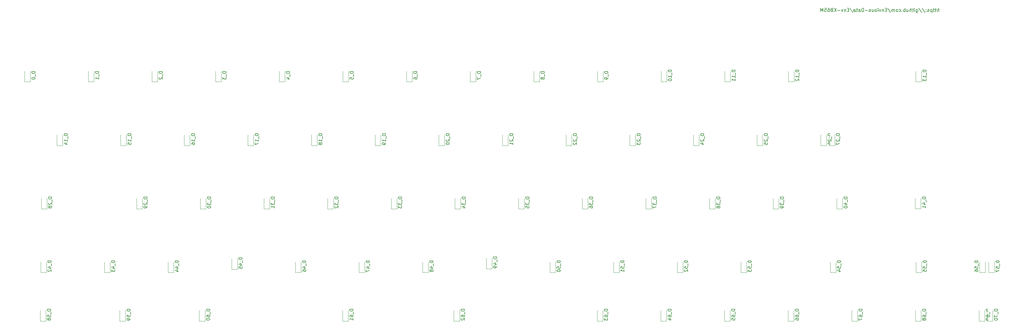
<source format=gbo>
G04 #@! TF.GenerationSoftware,KiCad,Pcbnew,(5.1.9)-1*
G04 #@! TF.CreationDate,2021-05-31T01:01:48+01:00*
G04 #@! TF.ProjectId,EnvKB65,456e764b-4236-4352-9e6b-696361645f70,rev?*
G04 #@! TF.SameCoordinates,Original*
G04 #@! TF.FileFunction,Legend,Bot*
G04 #@! TF.FilePolarity,Positive*
%FSLAX46Y46*%
G04 Gerber Fmt 4.6, Leading zero omitted, Abs format (unit mm)*
G04 Created by KiCad (PCBNEW (5.1.9)-1) date 2021-05-31 01:01:48*
%MOMM*%
%LPD*%
G01*
G04 APERTURE LIST*
%ADD10C,0.150000*%
%ADD11C,0.120000*%
%ADD12C,2.250000*%
%ADD13C,3.987800*%
%ADD14C,1.750000*%
%ADD15C,3.048000*%
%ADD16R,1.000000X1.000000*%
%ADD17C,2.200000*%
%ADD18O,1.700000X1.700000*%
%ADD19R,1.700000X1.700000*%
G04 APERTURE END LIST*
D10*
X353466666Y-99452380D02*
X353466666Y-98452380D01*
X353038095Y-99452380D02*
X353038095Y-98928571D01*
X353085714Y-98833333D01*
X353180952Y-98785714D01*
X353323809Y-98785714D01*
X353419047Y-98833333D01*
X353466666Y-98880952D01*
X352704761Y-98785714D02*
X352323809Y-98785714D01*
X352561904Y-98452380D02*
X352561904Y-99309523D01*
X352514285Y-99404761D01*
X352419047Y-99452380D01*
X352323809Y-99452380D01*
X352133333Y-98785714D02*
X351752380Y-98785714D01*
X351990476Y-98452380D02*
X351990476Y-99309523D01*
X351942857Y-99404761D01*
X351847619Y-99452380D01*
X351752380Y-99452380D01*
X351419047Y-98785714D02*
X351419047Y-99785714D01*
X351419047Y-98833333D02*
X351323809Y-98785714D01*
X351133333Y-98785714D01*
X351038095Y-98833333D01*
X350990476Y-98880952D01*
X350942857Y-98976190D01*
X350942857Y-99261904D01*
X350990476Y-99357142D01*
X351038095Y-99404761D01*
X351133333Y-99452380D01*
X351323809Y-99452380D01*
X351419047Y-99404761D01*
X350561904Y-99404761D02*
X350466666Y-99452380D01*
X350276190Y-99452380D01*
X350180952Y-99404761D01*
X350133333Y-99309523D01*
X350133333Y-99261904D01*
X350180952Y-99166666D01*
X350276190Y-99119047D01*
X350419047Y-99119047D01*
X350514285Y-99071428D01*
X350561904Y-98976190D01*
X350561904Y-98928571D01*
X350514285Y-98833333D01*
X350419047Y-98785714D01*
X350276190Y-98785714D01*
X350180952Y-98833333D01*
X349704761Y-99357142D02*
X349657142Y-99404761D01*
X349704761Y-99452380D01*
X349752380Y-99404761D01*
X349704761Y-99357142D01*
X349704761Y-99452380D01*
X349704761Y-98833333D02*
X349657142Y-98880952D01*
X349704761Y-98928571D01*
X349752380Y-98880952D01*
X349704761Y-98833333D01*
X349704761Y-98928571D01*
X348514285Y-98404761D02*
X349371428Y-99690476D01*
X347466666Y-98404761D02*
X348323809Y-99690476D01*
X346704761Y-98785714D02*
X346704761Y-99595238D01*
X346752380Y-99690476D01*
X346800000Y-99738095D01*
X346895238Y-99785714D01*
X347038095Y-99785714D01*
X347133333Y-99738095D01*
X346704761Y-99404761D02*
X346800000Y-99452380D01*
X346990476Y-99452380D01*
X347085714Y-99404761D01*
X347133333Y-99357142D01*
X347180952Y-99261904D01*
X347180952Y-98976190D01*
X347133333Y-98880952D01*
X347085714Y-98833333D01*
X346990476Y-98785714D01*
X346800000Y-98785714D01*
X346704761Y-98833333D01*
X346228571Y-99452380D02*
X346228571Y-98785714D01*
X346228571Y-98452380D02*
X346276190Y-98500000D01*
X346228571Y-98547619D01*
X346180952Y-98500000D01*
X346228571Y-98452380D01*
X346228571Y-98547619D01*
X345895238Y-98785714D02*
X345514285Y-98785714D01*
X345752380Y-98452380D02*
X345752380Y-99309523D01*
X345704761Y-99404761D01*
X345609523Y-99452380D01*
X345514285Y-99452380D01*
X345180952Y-99452380D02*
X345180952Y-98452380D01*
X344752380Y-99452380D02*
X344752380Y-98928571D01*
X344800000Y-98833333D01*
X344895238Y-98785714D01*
X345038095Y-98785714D01*
X345133333Y-98833333D01*
X345180952Y-98880952D01*
X343847619Y-98785714D02*
X343847619Y-99452380D01*
X344276190Y-98785714D02*
X344276190Y-99309523D01*
X344228571Y-99404761D01*
X344133333Y-99452380D01*
X343990476Y-99452380D01*
X343895238Y-99404761D01*
X343847619Y-99357142D01*
X343371428Y-99452380D02*
X343371428Y-98452380D01*
X343371428Y-98833333D02*
X343276190Y-98785714D01*
X343085714Y-98785714D01*
X342990476Y-98833333D01*
X342942857Y-98880952D01*
X342895238Y-98976190D01*
X342895238Y-99261904D01*
X342942857Y-99357142D01*
X342990476Y-99404761D01*
X343085714Y-99452380D01*
X343276190Y-99452380D01*
X343371428Y-99404761D01*
X342466666Y-99357142D02*
X342419047Y-99404761D01*
X342466666Y-99452380D01*
X342514285Y-99404761D01*
X342466666Y-99357142D01*
X342466666Y-99452380D01*
X341561904Y-99404761D02*
X341657142Y-99452380D01*
X341847619Y-99452380D01*
X341942857Y-99404761D01*
X341990476Y-99357142D01*
X342038095Y-99261904D01*
X342038095Y-98976190D01*
X341990476Y-98880952D01*
X341942857Y-98833333D01*
X341847619Y-98785714D01*
X341657142Y-98785714D01*
X341561904Y-98833333D01*
X340990476Y-99452380D02*
X341085714Y-99404761D01*
X341133333Y-99357142D01*
X341180952Y-99261904D01*
X341180952Y-98976190D01*
X341133333Y-98880952D01*
X341085714Y-98833333D01*
X340990476Y-98785714D01*
X340847619Y-98785714D01*
X340752380Y-98833333D01*
X340704761Y-98880952D01*
X340657142Y-98976190D01*
X340657142Y-99261904D01*
X340704761Y-99357142D01*
X340752380Y-99404761D01*
X340847619Y-99452380D01*
X340990476Y-99452380D01*
X340228571Y-99452380D02*
X340228571Y-98785714D01*
X340228571Y-98880952D02*
X340180952Y-98833333D01*
X340085714Y-98785714D01*
X339942857Y-98785714D01*
X339847619Y-98833333D01*
X339800000Y-98928571D01*
X339800000Y-99452380D01*
X339800000Y-98928571D02*
X339752380Y-98833333D01*
X339657142Y-98785714D01*
X339514285Y-98785714D01*
X339419047Y-98833333D01*
X339371428Y-98928571D01*
X339371428Y-99452380D01*
X338180952Y-98404761D02*
X339038095Y-99690476D01*
X337847619Y-98928571D02*
X337514285Y-98928571D01*
X337371428Y-99452380D02*
X337847619Y-99452380D01*
X337847619Y-98452380D01*
X337371428Y-98452380D01*
X336942857Y-98785714D02*
X336942857Y-99452380D01*
X336942857Y-98880952D02*
X336895238Y-98833333D01*
X336800000Y-98785714D01*
X336657142Y-98785714D01*
X336561904Y-98833333D01*
X336514285Y-98928571D01*
X336514285Y-99452380D01*
X336133333Y-98785714D02*
X335895238Y-99452380D01*
X335657142Y-98785714D01*
X335276190Y-99452380D02*
X335276190Y-98785714D01*
X335276190Y-98452380D02*
X335323809Y-98500000D01*
X335276190Y-98547619D01*
X335228571Y-98500000D01*
X335276190Y-98452380D01*
X335276190Y-98547619D01*
X334657142Y-99452380D02*
X334752380Y-99404761D01*
X334800000Y-99357142D01*
X334847619Y-99261904D01*
X334847619Y-98976190D01*
X334800000Y-98880952D01*
X334752380Y-98833333D01*
X334657142Y-98785714D01*
X334514285Y-98785714D01*
X334419047Y-98833333D01*
X334371428Y-98880952D01*
X334323809Y-98976190D01*
X334323809Y-99261904D01*
X334371428Y-99357142D01*
X334419047Y-99404761D01*
X334514285Y-99452380D01*
X334657142Y-99452380D01*
X333466666Y-98785714D02*
X333466666Y-99452380D01*
X333895238Y-98785714D02*
X333895238Y-99309523D01*
X333847619Y-99404761D01*
X333752380Y-99452380D01*
X333609523Y-99452380D01*
X333514285Y-99404761D01*
X333466666Y-99357142D01*
X333038095Y-99404761D02*
X332942857Y-99452380D01*
X332752380Y-99452380D01*
X332657142Y-99404761D01*
X332609523Y-99309523D01*
X332609523Y-99261904D01*
X332657142Y-99166666D01*
X332752380Y-99119047D01*
X332895238Y-99119047D01*
X332990476Y-99071428D01*
X333038095Y-98976190D01*
X333038095Y-98928571D01*
X332990476Y-98833333D01*
X332895238Y-98785714D01*
X332752380Y-98785714D01*
X332657142Y-98833333D01*
X332180952Y-99071428D02*
X331419047Y-99071428D01*
X330942857Y-99452380D02*
X330942857Y-98452380D01*
X330704761Y-98452380D01*
X330561904Y-98500000D01*
X330466666Y-98595238D01*
X330419047Y-98690476D01*
X330371428Y-98880952D01*
X330371428Y-99023809D01*
X330419047Y-99214285D01*
X330466666Y-99309523D01*
X330561904Y-99404761D01*
X330704761Y-99452380D01*
X330942857Y-99452380D01*
X329514285Y-99452380D02*
X329514285Y-98928571D01*
X329561904Y-98833333D01*
X329657142Y-98785714D01*
X329847619Y-98785714D01*
X329942857Y-98833333D01*
X329514285Y-99404761D02*
X329609523Y-99452380D01*
X329847619Y-99452380D01*
X329942857Y-99404761D01*
X329990476Y-99309523D01*
X329990476Y-99214285D01*
X329942857Y-99119047D01*
X329847619Y-99071428D01*
X329609523Y-99071428D01*
X329514285Y-99023809D01*
X329180952Y-98785714D02*
X328800000Y-98785714D01*
X329038095Y-98452380D02*
X329038095Y-99309523D01*
X328990476Y-99404761D01*
X328895238Y-99452380D01*
X328800000Y-99452380D01*
X328038095Y-99452380D02*
X328038095Y-98928571D01*
X328085714Y-98833333D01*
X328180952Y-98785714D01*
X328371428Y-98785714D01*
X328466666Y-98833333D01*
X328038095Y-99404761D02*
X328133333Y-99452380D01*
X328371428Y-99452380D01*
X328466666Y-99404761D01*
X328514285Y-99309523D01*
X328514285Y-99214285D01*
X328466666Y-99119047D01*
X328371428Y-99071428D01*
X328133333Y-99071428D01*
X328038095Y-99023809D01*
X326847619Y-98404761D02*
X327704761Y-99690476D01*
X326514285Y-98928571D02*
X326180952Y-98928571D01*
X326038095Y-99452380D02*
X326514285Y-99452380D01*
X326514285Y-98452380D01*
X326038095Y-98452380D01*
X325609523Y-98785714D02*
X325609523Y-99452380D01*
X325609523Y-98880952D02*
X325561904Y-98833333D01*
X325466666Y-98785714D01*
X325323809Y-98785714D01*
X325228571Y-98833333D01*
X325180952Y-98928571D01*
X325180952Y-99452380D01*
X324800000Y-98785714D02*
X324561904Y-99452380D01*
X324323809Y-98785714D01*
X323942857Y-99071428D02*
X323180952Y-99071428D01*
X322704761Y-99452380D02*
X322704761Y-98452380D01*
X322133333Y-99452380D02*
X322561904Y-98880952D01*
X322133333Y-98452380D02*
X322704761Y-99023809D01*
X321371428Y-98928571D02*
X321228571Y-98976190D01*
X321180952Y-99023809D01*
X321133333Y-99119047D01*
X321133333Y-99261904D01*
X321180952Y-99357142D01*
X321228571Y-99404761D01*
X321323809Y-99452380D01*
X321704761Y-99452380D01*
X321704761Y-98452380D01*
X321371428Y-98452380D01*
X321276190Y-98500000D01*
X321228571Y-98547619D01*
X321180952Y-98642857D01*
X321180952Y-98738095D01*
X321228571Y-98833333D01*
X321276190Y-98880952D01*
X321371428Y-98928571D01*
X321704761Y-98928571D01*
X320276190Y-98452380D02*
X320466666Y-98452380D01*
X320561904Y-98500000D01*
X320609523Y-98547619D01*
X320704761Y-98690476D01*
X320752380Y-98880952D01*
X320752380Y-99261904D01*
X320704761Y-99357142D01*
X320657142Y-99404761D01*
X320561904Y-99452380D01*
X320371428Y-99452380D01*
X320276190Y-99404761D01*
X320228571Y-99357142D01*
X320180952Y-99261904D01*
X320180952Y-99023809D01*
X320228571Y-98928571D01*
X320276190Y-98880952D01*
X320371428Y-98833333D01*
X320561904Y-98833333D01*
X320657142Y-98880952D01*
X320704761Y-98928571D01*
X320752380Y-99023809D01*
X319276190Y-98452380D02*
X319752380Y-98452380D01*
X319800000Y-98928571D01*
X319752380Y-98880952D01*
X319657142Y-98833333D01*
X319419047Y-98833333D01*
X319323809Y-98880952D01*
X319276190Y-98928571D01*
X319228571Y-99023809D01*
X319228571Y-99261904D01*
X319276190Y-99357142D01*
X319323809Y-99404761D01*
X319419047Y-99452380D01*
X319657142Y-99452380D01*
X319752380Y-99404761D01*
X319800000Y-99357142D01*
X318800000Y-99452380D02*
X318800000Y-98452380D01*
X318466666Y-99166666D01*
X318133333Y-98452380D01*
X318133333Y-99452380D01*
D11*
X322339000Y-139534000D02*
X322339000Y-136384000D01*
X320639000Y-139534000D02*
X320639000Y-136384000D01*
X322339000Y-139534000D02*
X320639000Y-139534000D01*
X369600000Y-192109120D02*
X367900000Y-192109120D01*
X367900000Y-192109120D02*
X367900000Y-188959120D01*
X369600000Y-192109120D02*
X369600000Y-188959120D01*
X367184200Y-192109120D02*
X365484200Y-192109120D01*
X365484200Y-192109120D02*
X365484200Y-188959120D01*
X367184200Y-192109120D02*
X367184200Y-188959120D01*
X348134200Y-192109120D02*
X346434200Y-192109120D01*
X346434200Y-192109120D02*
X346434200Y-188959120D01*
X348134200Y-192109120D02*
X348134200Y-188959120D01*
X329084200Y-192109120D02*
X327384200Y-192109120D01*
X327384200Y-192109120D02*
X327384200Y-188959120D01*
X329084200Y-192109120D02*
X329084200Y-188959120D01*
X310034200Y-192109120D02*
X308334200Y-192109120D01*
X308334200Y-192109120D02*
X308334200Y-188959120D01*
X310034200Y-192109120D02*
X310034200Y-188959120D01*
X290984200Y-192109120D02*
X289284200Y-192109120D01*
X289284200Y-192109120D02*
X289284200Y-188959120D01*
X290984200Y-192109120D02*
X290984200Y-188959120D01*
X271934200Y-192109120D02*
X270234200Y-192109120D01*
X270234200Y-192109120D02*
X270234200Y-188959120D01*
X271934200Y-192109120D02*
X271934200Y-188959120D01*
X252884200Y-192109120D02*
X251184200Y-192109120D01*
X251184200Y-192109120D02*
X251184200Y-188959120D01*
X252884200Y-192109120D02*
X252884200Y-188959120D01*
X210021700Y-192109120D02*
X208321700Y-192109120D01*
X208321700Y-192109120D02*
X208321700Y-188959120D01*
X210021700Y-192109120D02*
X210021700Y-188959120D01*
X176684200Y-192109120D02*
X174984200Y-192109120D01*
X174984200Y-192109120D02*
X174984200Y-188959120D01*
X176684200Y-192109120D02*
X176684200Y-188959120D01*
X133821700Y-192109120D02*
X132121700Y-192109120D01*
X132121700Y-192109120D02*
X132121700Y-188959120D01*
X133821700Y-192109120D02*
X133821700Y-188959120D01*
X110009200Y-192109120D02*
X108309200Y-192109120D01*
X108309200Y-192109120D02*
X108309200Y-188959120D01*
X110009200Y-192109120D02*
X110009200Y-188959120D01*
X86196700Y-192109120D02*
X84496700Y-192109120D01*
X84496700Y-192109120D02*
X84496700Y-188959120D01*
X86196700Y-192109120D02*
X86196700Y-188959120D01*
X370100000Y-177584120D02*
X368400000Y-177584120D01*
X368400000Y-177584120D02*
X368400000Y-174434120D01*
X370100000Y-177584120D02*
X370100000Y-174434120D01*
X367334200Y-177584120D02*
X365634200Y-177584120D01*
X365634200Y-177584120D02*
X365634200Y-174434120D01*
X367334200Y-177584120D02*
X367334200Y-174434120D01*
X348284200Y-177584120D02*
X346584200Y-177584120D01*
X346584200Y-177584120D02*
X346584200Y-174434120D01*
X348284200Y-177584120D02*
X348284200Y-174434120D01*
X322634200Y-177584120D02*
X320934200Y-177584120D01*
X320934200Y-177584120D02*
X320934200Y-174434120D01*
X322634200Y-177584120D02*
X322634200Y-174434120D01*
X295896700Y-177584120D02*
X294196700Y-177584120D01*
X294196700Y-177584120D02*
X294196700Y-174434120D01*
X295896700Y-177584120D02*
X295896700Y-174434120D01*
X276846700Y-177584120D02*
X275146700Y-177584120D01*
X275146700Y-177584120D02*
X275146700Y-174434120D01*
X276846700Y-177584120D02*
X276846700Y-174434120D01*
X257796700Y-177584120D02*
X256096700Y-177584120D01*
X256096700Y-177584120D02*
X256096700Y-174434120D01*
X257796700Y-177584120D02*
X257796700Y-174434120D01*
X238746700Y-177584120D02*
X237046700Y-177584120D01*
X237046700Y-177584120D02*
X237046700Y-174434120D01*
X238746700Y-177584120D02*
X238746700Y-174434120D01*
X219696700Y-176450000D02*
X217996700Y-176450000D01*
X217996700Y-176450000D02*
X217996700Y-173300000D01*
X219696700Y-176450000D02*
X219696700Y-173300000D01*
X200646700Y-177584120D02*
X198946700Y-177584120D01*
X198946700Y-177584120D02*
X198946700Y-174434120D01*
X200646700Y-177584120D02*
X200646700Y-174434120D01*
X181596700Y-177584120D02*
X179896700Y-177584120D01*
X179896700Y-177584120D02*
X179896700Y-174434120D01*
X181596700Y-177584120D02*
X181596700Y-174434120D01*
X162546700Y-177584120D02*
X160846700Y-177584120D01*
X160846700Y-177584120D02*
X160846700Y-174434120D01*
X162546700Y-177584120D02*
X162546700Y-174434120D01*
X143496700Y-176675000D02*
X141796700Y-176675000D01*
X141796700Y-176675000D02*
X141796700Y-173525000D01*
X143496700Y-176675000D02*
X143496700Y-173525000D01*
X124446700Y-177584120D02*
X122746700Y-177584120D01*
X122746700Y-177584120D02*
X122746700Y-174434120D01*
X124446700Y-177584120D02*
X124446700Y-174434120D01*
X105396700Y-177584120D02*
X103696700Y-177584120D01*
X103696700Y-177584120D02*
X103696700Y-174434120D01*
X105396700Y-177584120D02*
X105396700Y-174434120D01*
X86346700Y-177584120D02*
X84646700Y-177584120D01*
X84646700Y-177584120D02*
X84646700Y-174434120D01*
X86346700Y-177584120D02*
X86346700Y-174434120D01*
X324621700Y-158509120D02*
X322921700Y-158509120D01*
X322921700Y-158509120D02*
X322921700Y-155359120D01*
X324621700Y-158509120D02*
X324621700Y-155359120D01*
X305571700Y-158509120D02*
X303871700Y-158509120D01*
X303871700Y-158509120D02*
X303871700Y-155359120D01*
X305571700Y-158509120D02*
X305571700Y-155359120D01*
X286521700Y-158509120D02*
X284821700Y-158509120D01*
X284821700Y-158509120D02*
X284821700Y-155359120D01*
X286521700Y-158509120D02*
X286521700Y-155359120D01*
X267471700Y-158509120D02*
X265771700Y-158509120D01*
X265771700Y-158509120D02*
X265771700Y-155359120D01*
X267471700Y-158509120D02*
X267471700Y-155359120D01*
X248421700Y-158509120D02*
X246721700Y-158509120D01*
X246721700Y-158509120D02*
X246721700Y-155359120D01*
X248421700Y-158509120D02*
X248421700Y-155359120D01*
X229371700Y-158509120D02*
X227671700Y-158509120D01*
X227671700Y-158509120D02*
X227671700Y-155359120D01*
X229371700Y-158509120D02*
X229371700Y-155359120D01*
X210321700Y-158509120D02*
X208621700Y-158509120D01*
X208621700Y-158509120D02*
X208621700Y-155359120D01*
X210321700Y-158509120D02*
X210321700Y-155359120D01*
X191271700Y-158509120D02*
X189571700Y-158509120D01*
X189571700Y-158509120D02*
X189571700Y-155359120D01*
X191271700Y-158509120D02*
X191271700Y-155359120D01*
X172221700Y-158509120D02*
X170521700Y-158509120D01*
X170521700Y-158509120D02*
X170521700Y-155359120D01*
X172221700Y-158509120D02*
X172221700Y-155359120D01*
X153171700Y-158509120D02*
X151471700Y-158509120D01*
X151471700Y-158509120D02*
X151471700Y-155359120D01*
X153171700Y-158509120D02*
X153171700Y-155359120D01*
X134121700Y-158509120D02*
X132421700Y-158509120D01*
X132421700Y-158509120D02*
X132421700Y-155359120D01*
X134121700Y-158509120D02*
X134121700Y-155359120D01*
X115071700Y-158509120D02*
X113371700Y-158509120D01*
X113371700Y-158509120D02*
X113371700Y-155359120D01*
X115071700Y-158509120D02*
X115071700Y-155359120D01*
X86496700Y-158509120D02*
X84796700Y-158509120D01*
X84796700Y-158509120D02*
X84796700Y-155359120D01*
X86496700Y-158509120D02*
X86496700Y-155359120D01*
X348084200Y-158484120D02*
X346384200Y-158484120D01*
X346384200Y-158484120D02*
X346384200Y-155334120D01*
X348084200Y-158484120D02*
X348084200Y-155334120D01*
X319809200Y-139534120D02*
X318109200Y-139534120D01*
X318109200Y-139534120D02*
X318109200Y-136384120D01*
X319809200Y-139534120D02*
X319809200Y-136384120D01*
X300759200Y-139534120D02*
X299059200Y-139534120D01*
X299059200Y-139534120D02*
X299059200Y-136384120D01*
X300759200Y-139534120D02*
X300759200Y-136384120D01*
X281709200Y-139534120D02*
X280009200Y-139534120D01*
X280009200Y-139534120D02*
X280009200Y-136384120D01*
X281709200Y-139534120D02*
X281709200Y-136384120D01*
X262659200Y-139534120D02*
X260959200Y-139534120D01*
X260959200Y-139534120D02*
X260959200Y-136384120D01*
X262659200Y-139534120D02*
X262659200Y-136384120D01*
X243609200Y-139534120D02*
X241909200Y-139534120D01*
X241909200Y-139534120D02*
X241909200Y-136384120D01*
X243609200Y-139534120D02*
X243609200Y-136384120D01*
X224559200Y-139534120D02*
X222859200Y-139534120D01*
X222859200Y-139534120D02*
X222859200Y-136384120D01*
X224559200Y-139534120D02*
X224559200Y-136384120D01*
X205509200Y-139534120D02*
X203809200Y-139534120D01*
X203809200Y-139534120D02*
X203809200Y-136384120D01*
X205509200Y-139534120D02*
X205509200Y-136384120D01*
X186459200Y-139534120D02*
X184759200Y-139534120D01*
X184759200Y-139534120D02*
X184759200Y-136384120D01*
X186459200Y-139534120D02*
X186459200Y-136384120D01*
X167409200Y-139534120D02*
X165709200Y-139534120D01*
X165709200Y-139534120D02*
X165709200Y-136384120D01*
X167409200Y-139534120D02*
X167409200Y-136384120D01*
X148359200Y-139534120D02*
X146659200Y-139534120D01*
X146659200Y-139534120D02*
X146659200Y-136384120D01*
X148359200Y-139534120D02*
X148359200Y-136384120D01*
X129309200Y-139534120D02*
X127609200Y-139534120D01*
X127609200Y-139534120D02*
X127609200Y-136384120D01*
X129309200Y-139534120D02*
X129309200Y-136384120D01*
X110259200Y-139534120D02*
X108559200Y-139534120D01*
X108559200Y-139534120D02*
X108559200Y-136384120D01*
X110259200Y-139534120D02*
X110259200Y-136384120D01*
X91209200Y-139534120D02*
X89509200Y-139534120D01*
X89509200Y-139534120D02*
X89509200Y-136384120D01*
X91209200Y-139534120D02*
X91209200Y-136384120D01*
X348234200Y-120434120D02*
X346534200Y-120434120D01*
X346534200Y-120434120D02*
X346534200Y-117284120D01*
X348234200Y-120434120D02*
X348234200Y-117284120D01*
X310134200Y-120434120D02*
X308434200Y-120434120D01*
X308434200Y-120434120D02*
X308434200Y-117284120D01*
X310134200Y-120434120D02*
X310134200Y-117284120D01*
X291084200Y-120434120D02*
X289384200Y-120434120D01*
X289384200Y-120434120D02*
X289384200Y-117284120D01*
X291084200Y-120434120D02*
X291084200Y-117284120D01*
X272034200Y-120434120D02*
X270334200Y-120434120D01*
X270334200Y-120434120D02*
X270334200Y-117284120D01*
X272034200Y-120434120D02*
X272034200Y-117284120D01*
X252984200Y-120434120D02*
X251284200Y-120434120D01*
X251284200Y-120434120D02*
X251284200Y-117284120D01*
X252984200Y-120434120D02*
X252984200Y-117284120D01*
X233934200Y-120434120D02*
X232234200Y-120434120D01*
X232234200Y-120434120D02*
X232234200Y-117284120D01*
X233934200Y-120434120D02*
X233934200Y-117284120D01*
X214884200Y-120434120D02*
X213184200Y-120434120D01*
X213184200Y-120434120D02*
X213184200Y-117284120D01*
X214884200Y-120434120D02*
X214884200Y-117284120D01*
X195834200Y-120434120D02*
X194134200Y-120434120D01*
X194134200Y-120434120D02*
X194134200Y-117284120D01*
X195834200Y-120434120D02*
X195834200Y-117284120D01*
X176784200Y-120434120D02*
X175084200Y-120434120D01*
X175084200Y-120434120D02*
X175084200Y-117284120D01*
X176784200Y-120434120D02*
X176784200Y-117284120D01*
X157734200Y-120434120D02*
X156034200Y-120434120D01*
X156034200Y-120434120D02*
X156034200Y-117284120D01*
X157734200Y-120434120D02*
X157734200Y-117284120D01*
X138684200Y-120434120D02*
X136984200Y-120434120D01*
X136984200Y-120434120D02*
X136984200Y-117284120D01*
X138684200Y-120434120D02*
X138684200Y-117284120D01*
X119634200Y-120434120D02*
X117934200Y-120434120D01*
X117934200Y-120434120D02*
X117934200Y-117284120D01*
X119634200Y-120434120D02*
X119634200Y-117284120D01*
X100584200Y-120434120D02*
X98884200Y-120434120D01*
X98884200Y-120434120D02*
X98884200Y-117284120D01*
X100584200Y-120434120D02*
X100584200Y-117284120D01*
X81534200Y-120434120D02*
X79834200Y-120434120D01*
X79834200Y-120434120D02*
X79834200Y-117284120D01*
X81534200Y-120434120D02*
X81534200Y-117284120D01*
D10*
X323791380Y-136038761D02*
X322791380Y-136038761D01*
X322791380Y-136276857D01*
X322839000Y-136419714D01*
X322934238Y-136514952D01*
X323029476Y-136562571D01*
X323219952Y-136610190D01*
X323362809Y-136610190D01*
X323553285Y-136562571D01*
X323648523Y-136514952D01*
X323743761Y-136419714D01*
X323791380Y-136276857D01*
X323791380Y-136038761D01*
X323886619Y-136800666D02*
X323886619Y-137562571D01*
X322886619Y-137753047D02*
X322839000Y-137800666D01*
X322791380Y-137895904D01*
X322791380Y-138134000D01*
X322839000Y-138229238D01*
X322886619Y-138276857D01*
X322981857Y-138324476D01*
X323077095Y-138324476D01*
X323219952Y-138276857D01*
X323791380Y-137705428D01*
X323791380Y-138324476D01*
X322791380Y-138657809D02*
X322791380Y-139324476D01*
X323791380Y-138895904D01*
X371052380Y-188613881D02*
X370052380Y-188613881D01*
X370052380Y-188851977D01*
X370100000Y-188994834D01*
X370195238Y-189090072D01*
X370290476Y-189137691D01*
X370480952Y-189185310D01*
X370623809Y-189185310D01*
X370814285Y-189137691D01*
X370909523Y-189090072D01*
X371004761Y-188994834D01*
X371052380Y-188851977D01*
X371052380Y-188613881D01*
X371147619Y-189375786D02*
X371147619Y-190137691D01*
X370052380Y-190280548D02*
X370052380Y-190947215D01*
X371052380Y-190518643D01*
X370052380Y-191518643D02*
X370052380Y-191613881D01*
X370100000Y-191709120D01*
X370147619Y-191756739D01*
X370242857Y-191804358D01*
X370433333Y-191851977D01*
X370671428Y-191851977D01*
X370861904Y-191804358D01*
X370957142Y-191756739D01*
X371004761Y-191709120D01*
X371052380Y-191613881D01*
X371052380Y-191518643D01*
X371004761Y-191423405D01*
X370957142Y-191375786D01*
X370861904Y-191328167D01*
X370671428Y-191280548D01*
X370433333Y-191280548D01*
X370242857Y-191328167D01*
X370147619Y-191375786D01*
X370100000Y-191423405D01*
X370052380Y-191518643D01*
X368636580Y-188613881D02*
X367636580Y-188613881D01*
X367636580Y-188851977D01*
X367684200Y-188994834D01*
X367779438Y-189090072D01*
X367874676Y-189137691D01*
X368065152Y-189185310D01*
X368208009Y-189185310D01*
X368398485Y-189137691D01*
X368493723Y-189090072D01*
X368588961Y-188994834D01*
X368636580Y-188851977D01*
X368636580Y-188613881D01*
X368731819Y-189375786D02*
X368731819Y-190137691D01*
X367636580Y-190804358D02*
X367636580Y-190613881D01*
X367684200Y-190518643D01*
X367731819Y-190471024D01*
X367874676Y-190375786D01*
X368065152Y-190328167D01*
X368446104Y-190328167D01*
X368541342Y-190375786D01*
X368588961Y-190423405D01*
X368636580Y-190518643D01*
X368636580Y-190709120D01*
X368588961Y-190804358D01*
X368541342Y-190851977D01*
X368446104Y-190899596D01*
X368208009Y-190899596D01*
X368112771Y-190851977D01*
X368065152Y-190804358D01*
X368017533Y-190709120D01*
X368017533Y-190518643D01*
X368065152Y-190423405D01*
X368112771Y-190375786D01*
X368208009Y-190328167D01*
X368636580Y-191375786D02*
X368636580Y-191566262D01*
X368588961Y-191661500D01*
X368541342Y-191709120D01*
X368398485Y-191804358D01*
X368208009Y-191851977D01*
X367827057Y-191851977D01*
X367731819Y-191804358D01*
X367684200Y-191756739D01*
X367636580Y-191661500D01*
X367636580Y-191471024D01*
X367684200Y-191375786D01*
X367731819Y-191328167D01*
X367827057Y-191280548D01*
X368065152Y-191280548D01*
X368160390Y-191328167D01*
X368208009Y-191375786D01*
X368255628Y-191471024D01*
X368255628Y-191661500D01*
X368208009Y-191756739D01*
X368160390Y-191804358D01*
X368065152Y-191851977D01*
X349586580Y-188613881D02*
X348586580Y-188613881D01*
X348586580Y-188851977D01*
X348634200Y-188994834D01*
X348729438Y-189090072D01*
X348824676Y-189137691D01*
X349015152Y-189185310D01*
X349158009Y-189185310D01*
X349348485Y-189137691D01*
X349443723Y-189090072D01*
X349538961Y-188994834D01*
X349586580Y-188851977D01*
X349586580Y-188613881D01*
X349681819Y-189375786D02*
X349681819Y-190137691D01*
X348586580Y-190804358D02*
X348586580Y-190613881D01*
X348634200Y-190518643D01*
X348681819Y-190471024D01*
X348824676Y-190375786D01*
X349015152Y-190328167D01*
X349396104Y-190328167D01*
X349491342Y-190375786D01*
X349538961Y-190423405D01*
X349586580Y-190518643D01*
X349586580Y-190709120D01*
X349538961Y-190804358D01*
X349491342Y-190851977D01*
X349396104Y-190899596D01*
X349158009Y-190899596D01*
X349062771Y-190851977D01*
X349015152Y-190804358D01*
X348967533Y-190709120D01*
X348967533Y-190518643D01*
X349015152Y-190423405D01*
X349062771Y-190375786D01*
X349158009Y-190328167D01*
X349015152Y-191471024D02*
X348967533Y-191375786D01*
X348919914Y-191328167D01*
X348824676Y-191280548D01*
X348777057Y-191280548D01*
X348681819Y-191328167D01*
X348634200Y-191375786D01*
X348586580Y-191471024D01*
X348586580Y-191661500D01*
X348634200Y-191756739D01*
X348681819Y-191804358D01*
X348777057Y-191851977D01*
X348824676Y-191851977D01*
X348919914Y-191804358D01*
X348967533Y-191756739D01*
X349015152Y-191661500D01*
X349015152Y-191471024D01*
X349062771Y-191375786D01*
X349110390Y-191328167D01*
X349205628Y-191280548D01*
X349396104Y-191280548D01*
X349491342Y-191328167D01*
X349538961Y-191375786D01*
X349586580Y-191471024D01*
X349586580Y-191661500D01*
X349538961Y-191756739D01*
X349491342Y-191804358D01*
X349396104Y-191851977D01*
X349205628Y-191851977D01*
X349110390Y-191804358D01*
X349062771Y-191756739D01*
X349015152Y-191661500D01*
X330536580Y-188613881D02*
X329536580Y-188613881D01*
X329536580Y-188851977D01*
X329584200Y-188994834D01*
X329679438Y-189090072D01*
X329774676Y-189137691D01*
X329965152Y-189185310D01*
X330108009Y-189185310D01*
X330298485Y-189137691D01*
X330393723Y-189090072D01*
X330488961Y-188994834D01*
X330536580Y-188851977D01*
X330536580Y-188613881D01*
X330631819Y-189375786D02*
X330631819Y-190137691D01*
X329536580Y-190804358D02*
X329536580Y-190613881D01*
X329584200Y-190518643D01*
X329631819Y-190471024D01*
X329774676Y-190375786D01*
X329965152Y-190328167D01*
X330346104Y-190328167D01*
X330441342Y-190375786D01*
X330488961Y-190423405D01*
X330536580Y-190518643D01*
X330536580Y-190709120D01*
X330488961Y-190804358D01*
X330441342Y-190851977D01*
X330346104Y-190899596D01*
X330108009Y-190899596D01*
X330012771Y-190851977D01*
X329965152Y-190804358D01*
X329917533Y-190709120D01*
X329917533Y-190518643D01*
X329965152Y-190423405D01*
X330012771Y-190375786D01*
X330108009Y-190328167D01*
X329536580Y-191232929D02*
X329536580Y-191899596D01*
X330536580Y-191471024D01*
X311486580Y-188613881D02*
X310486580Y-188613881D01*
X310486580Y-188851977D01*
X310534200Y-188994834D01*
X310629438Y-189090072D01*
X310724676Y-189137691D01*
X310915152Y-189185310D01*
X311058009Y-189185310D01*
X311248485Y-189137691D01*
X311343723Y-189090072D01*
X311438961Y-188994834D01*
X311486580Y-188851977D01*
X311486580Y-188613881D01*
X311581819Y-189375786D02*
X311581819Y-190137691D01*
X310486580Y-190804358D02*
X310486580Y-190613881D01*
X310534200Y-190518643D01*
X310581819Y-190471024D01*
X310724676Y-190375786D01*
X310915152Y-190328167D01*
X311296104Y-190328167D01*
X311391342Y-190375786D01*
X311438961Y-190423405D01*
X311486580Y-190518643D01*
X311486580Y-190709120D01*
X311438961Y-190804358D01*
X311391342Y-190851977D01*
X311296104Y-190899596D01*
X311058009Y-190899596D01*
X310962771Y-190851977D01*
X310915152Y-190804358D01*
X310867533Y-190709120D01*
X310867533Y-190518643D01*
X310915152Y-190423405D01*
X310962771Y-190375786D01*
X311058009Y-190328167D01*
X310486580Y-191756739D02*
X310486580Y-191566262D01*
X310534200Y-191471024D01*
X310581819Y-191423405D01*
X310724676Y-191328167D01*
X310915152Y-191280548D01*
X311296104Y-191280548D01*
X311391342Y-191328167D01*
X311438961Y-191375786D01*
X311486580Y-191471024D01*
X311486580Y-191661500D01*
X311438961Y-191756739D01*
X311391342Y-191804358D01*
X311296104Y-191851977D01*
X311058009Y-191851977D01*
X310962771Y-191804358D01*
X310915152Y-191756739D01*
X310867533Y-191661500D01*
X310867533Y-191471024D01*
X310915152Y-191375786D01*
X310962771Y-191328167D01*
X311058009Y-191280548D01*
X292436580Y-188613881D02*
X291436580Y-188613881D01*
X291436580Y-188851977D01*
X291484200Y-188994834D01*
X291579438Y-189090072D01*
X291674676Y-189137691D01*
X291865152Y-189185310D01*
X292008009Y-189185310D01*
X292198485Y-189137691D01*
X292293723Y-189090072D01*
X292388961Y-188994834D01*
X292436580Y-188851977D01*
X292436580Y-188613881D01*
X292531819Y-189375786D02*
X292531819Y-190137691D01*
X291436580Y-190804358D02*
X291436580Y-190613881D01*
X291484200Y-190518643D01*
X291531819Y-190471024D01*
X291674676Y-190375786D01*
X291865152Y-190328167D01*
X292246104Y-190328167D01*
X292341342Y-190375786D01*
X292388961Y-190423405D01*
X292436580Y-190518643D01*
X292436580Y-190709120D01*
X292388961Y-190804358D01*
X292341342Y-190851977D01*
X292246104Y-190899596D01*
X292008009Y-190899596D01*
X291912771Y-190851977D01*
X291865152Y-190804358D01*
X291817533Y-190709120D01*
X291817533Y-190518643D01*
X291865152Y-190423405D01*
X291912771Y-190375786D01*
X292008009Y-190328167D01*
X291436580Y-191804358D02*
X291436580Y-191328167D01*
X291912771Y-191280548D01*
X291865152Y-191328167D01*
X291817533Y-191423405D01*
X291817533Y-191661500D01*
X291865152Y-191756739D01*
X291912771Y-191804358D01*
X292008009Y-191851977D01*
X292246104Y-191851977D01*
X292341342Y-191804358D01*
X292388961Y-191756739D01*
X292436580Y-191661500D01*
X292436580Y-191423405D01*
X292388961Y-191328167D01*
X292341342Y-191280548D01*
X273386580Y-188613881D02*
X272386580Y-188613881D01*
X272386580Y-188851977D01*
X272434200Y-188994834D01*
X272529438Y-189090072D01*
X272624676Y-189137691D01*
X272815152Y-189185310D01*
X272958009Y-189185310D01*
X273148485Y-189137691D01*
X273243723Y-189090072D01*
X273338961Y-188994834D01*
X273386580Y-188851977D01*
X273386580Y-188613881D01*
X273481819Y-189375786D02*
X273481819Y-190137691D01*
X272386580Y-190804358D02*
X272386580Y-190613881D01*
X272434200Y-190518643D01*
X272481819Y-190471024D01*
X272624676Y-190375786D01*
X272815152Y-190328167D01*
X273196104Y-190328167D01*
X273291342Y-190375786D01*
X273338961Y-190423405D01*
X273386580Y-190518643D01*
X273386580Y-190709120D01*
X273338961Y-190804358D01*
X273291342Y-190851977D01*
X273196104Y-190899596D01*
X272958009Y-190899596D01*
X272862771Y-190851977D01*
X272815152Y-190804358D01*
X272767533Y-190709120D01*
X272767533Y-190518643D01*
X272815152Y-190423405D01*
X272862771Y-190375786D01*
X272958009Y-190328167D01*
X272719914Y-191756739D02*
X273386580Y-191756739D01*
X272338961Y-191518643D02*
X273053247Y-191280548D01*
X273053247Y-191899596D01*
X254336580Y-188613881D02*
X253336580Y-188613881D01*
X253336580Y-188851977D01*
X253384200Y-188994834D01*
X253479438Y-189090072D01*
X253574676Y-189137691D01*
X253765152Y-189185310D01*
X253908009Y-189185310D01*
X254098485Y-189137691D01*
X254193723Y-189090072D01*
X254288961Y-188994834D01*
X254336580Y-188851977D01*
X254336580Y-188613881D01*
X254431819Y-189375786D02*
X254431819Y-190137691D01*
X253336580Y-190804358D02*
X253336580Y-190613881D01*
X253384200Y-190518643D01*
X253431819Y-190471024D01*
X253574676Y-190375786D01*
X253765152Y-190328167D01*
X254146104Y-190328167D01*
X254241342Y-190375786D01*
X254288961Y-190423405D01*
X254336580Y-190518643D01*
X254336580Y-190709120D01*
X254288961Y-190804358D01*
X254241342Y-190851977D01*
X254146104Y-190899596D01*
X253908009Y-190899596D01*
X253812771Y-190851977D01*
X253765152Y-190804358D01*
X253717533Y-190709120D01*
X253717533Y-190518643D01*
X253765152Y-190423405D01*
X253812771Y-190375786D01*
X253908009Y-190328167D01*
X253336580Y-191232929D02*
X253336580Y-191851977D01*
X253717533Y-191518643D01*
X253717533Y-191661500D01*
X253765152Y-191756739D01*
X253812771Y-191804358D01*
X253908009Y-191851977D01*
X254146104Y-191851977D01*
X254241342Y-191804358D01*
X254288961Y-191756739D01*
X254336580Y-191661500D01*
X254336580Y-191375786D01*
X254288961Y-191280548D01*
X254241342Y-191232929D01*
X211474080Y-188613881D02*
X210474080Y-188613881D01*
X210474080Y-188851977D01*
X210521700Y-188994834D01*
X210616938Y-189090072D01*
X210712176Y-189137691D01*
X210902652Y-189185310D01*
X211045509Y-189185310D01*
X211235985Y-189137691D01*
X211331223Y-189090072D01*
X211426461Y-188994834D01*
X211474080Y-188851977D01*
X211474080Y-188613881D01*
X211569319Y-189375786D02*
X211569319Y-190137691D01*
X210474080Y-190804358D02*
X210474080Y-190613881D01*
X210521700Y-190518643D01*
X210569319Y-190471024D01*
X210712176Y-190375786D01*
X210902652Y-190328167D01*
X211283604Y-190328167D01*
X211378842Y-190375786D01*
X211426461Y-190423405D01*
X211474080Y-190518643D01*
X211474080Y-190709120D01*
X211426461Y-190804358D01*
X211378842Y-190851977D01*
X211283604Y-190899596D01*
X211045509Y-190899596D01*
X210950271Y-190851977D01*
X210902652Y-190804358D01*
X210855033Y-190709120D01*
X210855033Y-190518643D01*
X210902652Y-190423405D01*
X210950271Y-190375786D01*
X211045509Y-190328167D01*
X210569319Y-191280548D02*
X210521700Y-191328167D01*
X210474080Y-191423405D01*
X210474080Y-191661500D01*
X210521700Y-191756739D01*
X210569319Y-191804358D01*
X210664557Y-191851977D01*
X210759795Y-191851977D01*
X210902652Y-191804358D01*
X211474080Y-191232929D01*
X211474080Y-191851977D01*
X178136580Y-188613881D02*
X177136580Y-188613881D01*
X177136580Y-188851977D01*
X177184200Y-188994834D01*
X177279438Y-189090072D01*
X177374676Y-189137691D01*
X177565152Y-189185310D01*
X177708009Y-189185310D01*
X177898485Y-189137691D01*
X177993723Y-189090072D01*
X178088961Y-188994834D01*
X178136580Y-188851977D01*
X178136580Y-188613881D01*
X178231819Y-189375786D02*
X178231819Y-190137691D01*
X177136580Y-190804358D02*
X177136580Y-190613881D01*
X177184200Y-190518643D01*
X177231819Y-190471024D01*
X177374676Y-190375786D01*
X177565152Y-190328167D01*
X177946104Y-190328167D01*
X178041342Y-190375786D01*
X178088961Y-190423405D01*
X178136580Y-190518643D01*
X178136580Y-190709120D01*
X178088961Y-190804358D01*
X178041342Y-190851977D01*
X177946104Y-190899596D01*
X177708009Y-190899596D01*
X177612771Y-190851977D01*
X177565152Y-190804358D01*
X177517533Y-190709120D01*
X177517533Y-190518643D01*
X177565152Y-190423405D01*
X177612771Y-190375786D01*
X177708009Y-190328167D01*
X178136580Y-191851977D02*
X178136580Y-191280548D01*
X178136580Y-191566262D02*
X177136580Y-191566262D01*
X177279438Y-191471024D01*
X177374676Y-191375786D01*
X177422295Y-191280548D01*
X135274080Y-188613881D02*
X134274080Y-188613881D01*
X134274080Y-188851977D01*
X134321700Y-188994834D01*
X134416938Y-189090072D01*
X134512176Y-189137691D01*
X134702652Y-189185310D01*
X134845509Y-189185310D01*
X135035985Y-189137691D01*
X135131223Y-189090072D01*
X135226461Y-188994834D01*
X135274080Y-188851977D01*
X135274080Y-188613881D01*
X135369319Y-189375786D02*
X135369319Y-190137691D01*
X134274080Y-190804358D02*
X134274080Y-190613881D01*
X134321700Y-190518643D01*
X134369319Y-190471024D01*
X134512176Y-190375786D01*
X134702652Y-190328167D01*
X135083604Y-190328167D01*
X135178842Y-190375786D01*
X135226461Y-190423405D01*
X135274080Y-190518643D01*
X135274080Y-190709120D01*
X135226461Y-190804358D01*
X135178842Y-190851977D01*
X135083604Y-190899596D01*
X134845509Y-190899596D01*
X134750271Y-190851977D01*
X134702652Y-190804358D01*
X134655033Y-190709120D01*
X134655033Y-190518643D01*
X134702652Y-190423405D01*
X134750271Y-190375786D01*
X134845509Y-190328167D01*
X134274080Y-191518643D02*
X134274080Y-191613881D01*
X134321700Y-191709120D01*
X134369319Y-191756739D01*
X134464557Y-191804358D01*
X134655033Y-191851977D01*
X134893128Y-191851977D01*
X135083604Y-191804358D01*
X135178842Y-191756739D01*
X135226461Y-191709120D01*
X135274080Y-191613881D01*
X135274080Y-191518643D01*
X135226461Y-191423405D01*
X135178842Y-191375786D01*
X135083604Y-191328167D01*
X134893128Y-191280548D01*
X134655033Y-191280548D01*
X134464557Y-191328167D01*
X134369319Y-191375786D01*
X134321700Y-191423405D01*
X134274080Y-191518643D01*
X111461580Y-188613881D02*
X110461580Y-188613881D01*
X110461580Y-188851977D01*
X110509200Y-188994834D01*
X110604438Y-189090072D01*
X110699676Y-189137691D01*
X110890152Y-189185310D01*
X111033009Y-189185310D01*
X111223485Y-189137691D01*
X111318723Y-189090072D01*
X111413961Y-188994834D01*
X111461580Y-188851977D01*
X111461580Y-188613881D01*
X111556819Y-189375786D02*
X111556819Y-190137691D01*
X110461580Y-190851977D02*
X110461580Y-190375786D01*
X110937771Y-190328167D01*
X110890152Y-190375786D01*
X110842533Y-190471024D01*
X110842533Y-190709120D01*
X110890152Y-190804358D01*
X110937771Y-190851977D01*
X111033009Y-190899596D01*
X111271104Y-190899596D01*
X111366342Y-190851977D01*
X111413961Y-190804358D01*
X111461580Y-190709120D01*
X111461580Y-190471024D01*
X111413961Y-190375786D01*
X111366342Y-190328167D01*
X111461580Y-191375786D02*
X111461580Y-191566262D01*
X111413961Y-191661500D01*
X111366342Y-191709120D01*
X111223485Y-191804358D01*
X111033009Y-191851977D01*
X110652057Y-191851977D01*
X110556819Y-191804358D01*
X110509200Y-191756739D01*
X110461580Y-191661500D01*
X110461580Y-191471024D01*
X110509200Y-191375786D01*
X110556819Y-191328167D01*
X110652057Y-191280548D01*
X110890152Y-191280548D01*
X110985390Y-191328167D01*
X111033009Y-191375786D01*
X111080628Y-191471024D01*
X111080628Y-191661500D01*
X111033009Y-191756739D01*
X110985390Y-191804358D01*
X110890152Y-191851977D01*
X87649080Y-188613881D02*
X86649080Y-188613881D01*
X86649080Y-188851977D01*
X86696700Y-188994834D01*
X86791938Y-189090072D01*
X86887176Y-189137691D01*
X87077652Y-189185310D01*
X87220509Y-189185310D01*
X87410985Y-189137691D01*
X87506223Y-189090072D01*
X87601461Y-188994834D01*
X87649080Y-188851977D01*
X87649080Y-188613881D01*
X87744319Y-189375786D02*
X87744319Y-190137691D01*
X86649080Y-190851977D02*
X86649080Y-190375786D01*
X87125271Y-190328167D01*
X87077652Y-190375786D01*
X87030033Y-190471024D01*
X87030033Y-190709120D01*
X87077652Y-190804358D01*
X87125271Y-190851977D01*
X87220509Y-190899596D01*
X87458604Y-190899596D01*
X87553842Y-190851977D01*
X87601461Y-190804358D01*
X87649080Y-190709120D01*
X87649080Y-190471024D01*
X87601461Y-190375786D01*
X87553842Y-190328167D01*
X87077652Y-191471024D02*
X87030033Y-191375786D01*
X86982414Y-191328167D01*
X86887176Y-191280548D01*
X86839557Y-191280548D01*
X86744319Y-191328167D01*
X86696700Y-191375786D01*
X86649080Y-191471024D01*
X86649080Y-191661500D01*
X86696700Y-191756739D01*
X86744319Y-191804358D01*
X86839557Y-191851977D01*
X86887176Y-191851977D01*
X86982414Y-191804358D01*
X87030033Y-191756739D01*
X87077652Y-191661500D01*
X87077652Y-191471024D01*
X87125271Y-191375786D01*
X87172890Y-191328167D01*
X87268128Y-191280548D01*
X87458604Y-191280548D01*
X87553842Y-191328167D01*
X87601461Y-191375786D01*
X87649080Y-191471024D01*
X87649080Y-191661500D01*
X87601461Y-191756739D01*
X87553842Y-191804358D01*
X87458604Y-191851977D01*
X87268128Y-191851977D01*
X87172890Y-191804358D01*
X87125271Y-191756739D01*
X87077652Y-191661500D01*
X371552380Y-174088881D02*
X370552380Y-174088881D01*
X370552380Y-174326977D01*
X370600000Y-174469834D01*
X370695238Y-174565072D01*
X370790476Y-174612691D01*
X370980952Y-174660310D01*
X371123809Y-174660310D01*
X371314285Y-174612691D01*
X371409523Y-174565072D01*
X371504761Y-174469834D01*
X371552380Y-174326977D01*
X371552380Y-174088881D01*
X371647619Y-174850786D02*
X371647619Y-175612691D01*
X370552380Y-176326977D02*
X370552380Y-175850786D01*
X371028571Y-175803167D01*
X370980952Y-175850786D01*
X370933333Y-175946024D01*
X370933333Y-176184120D01*
X370980952Y-176279358D01*
X371028571Y-176326977D01*
X371123809Y-176374596D01*
X371361904Y-176374596D01*
X371457142Y-176326977D01*
X371504761Y-176279358D01*
X371552380Y-176184120D01*
X371552380Y-175946024D01*
X371504761Y-175850786D01*
X371457142Y-175803167D01*
X370552380Y-176707929D02*
X370552380Y-177374596D01*
X371552380Y-176946024D01*
X365202380Y-174088881D02*
X364202380Y-174088881D01*
X364202380Y-174326977D01*
X364250000Y-174469834D01*
X364345238Y-174565072D01*
X364440476Y-174612691D01*
X364630952Y-174660310D01*
X364773809Y-174660310D01*
X364964285Y-174612691D01*
X365059523Y-174565072D01*
X365154761Y-174469834D01*
X365202380Y-174326977D01*
X365202380Y-174088881D01*
X365297619Y-174850786D02*
X365297619Y-175612691D01*
X364202380Y-176326977D02*
X364202380Y-175850786D01*
X364678571Y-175803167D01*
X364630952Y-175850786D01*
X364583333Y-175946024D01*
X364583333Y-176184120D01*
X364630952Y-176279358D01*
X364678571Y-176326977D01*
X364773809Y-176374596D01*
X365011904Y-176374596D01*
X365107142Y-176326977D01*
X365154761Y-176279358D01*
X365202380Y-176184120D01*
X365202380Y-175946024D01*
X365154761Y-175850786D01*
X365107142Y-175803167D01*
X364202380Y-177231739D02*
X364202380Y-177041262D01*
X364250000Y-176946024D01*
X364297619Y-176898405D01*
X364440476Y-176803167D01*
X364630952Y-176755548D01*
X365011904Y-176755548D01*
X365107142Y-176803167D01*
X365154761Y-176850786D01*
X365202380Y-176946024D01*
X365202380Y-177136500D01*
X365154761Y-177231739D01*
X365107142Y-177279358D01*
X365011904Y-177326977D01*
X364773809Y-177326977D01*
X364678571Y-177279358D01*
X364630952Y-177231739D01*
X364583333Y-177136500D01*
X364583333Y-176946024D01*
X364630952Y-176850786D01*
X364678571Y-176803167D01*
X364773809Y-176755548D01*
X349736580Y-174088881D02*
X348736580Y-174088881D01*
X348736580Y-174326977D01*
X348784200Y-174469834D01*
X348879438Y-174565072D01*
X348974676Y-174612691D01*
X349165152Y-174660310D01*
X349308009Y-174660310D01*
X349498485Y-174612691D01*
X349593723Y-174565072D01*
X349688961Y-174469834D01*
X349736580Y-174326977D01*
X349736580Y-174088881D01*
X349831819Y-174850786D02*
X349831819Y-175612691D01*
X348736580Y-176326977D02*
X348736580Y-175850786D01*
X349212771Y-175803167D01*
X349165152Y-175850786D01*
X349117533Y-175946024D01*
X349117533Y-176184120D01*
X349165152Y-176279358D01*
X349212771Y-176326977D01*
X349308009Y-176374596D01*
X349546104Y-176374596D01*
X349641342Y-176326977D01*
X349688961Y-176279358D01*
X349736580Y-176184120D01*
X349736580Y-175946024D01*
X349688961Y-175850786D01*
X349641342Y-175803167D01*
X348736580Y-177279358D02*
X348736580Y-176803167D01*
X349212771Y-176755548D01*
X349165152Y-176803167D01*
X349117533Y-176898405D01*
X349117533Y-177136500D01*
X349165152Y-177231739D01*
X349212771Y-177279358D01*
X349308009Y-177326977D01*
X349546104Y-177326977D01*
X349641342Y-177279358D01*
X349688961Y-177231739D01*
X349736580Y-177136500D01*
X349736580Y-176898405D01*
X349688961Y-176803167D01*
X349641342Y-176755548D01*
X324086580Y-174088881D02*
X323086580Y-174088881D01*
X323086580Y-174326977D01*
X323134200Y-174469834D01*
X323229438Y-174565072D01*
X323324676Y-174612691D01*
X323515152Y-174660310D01*
X323658009Y-174660310D01*
X323848485Y-174612691D01*
X323943723Y-174565072D01*
X324038961Y-174469834D01*
X324086580Y-174326977D01*
X324086580Y-174088881D01*
X324181819Y-174850786D02*
X324181819Y-175612691D01*
X323086580Y-176326977D02*
X323086580Y-175850786D01*
X323562771Y-175803167D01*
X323515152Y-175850786D01*
X323467533Y-175946024D01*
X323467533Y-176184120D01*
X323515152Y-176279358D01*
X323562771Y-176326977D01*
X323658009Y-176374596D01*
X323896104Y-176374596D01*
X323991342Y-176326977D01*
X324038961Y-176279358D01*
X324086580Y-176184120D01*
X324086580Y-175946024D01*
X324038961Y-175850786D01*
X323991342Y-175803167D01*
X323419914Y-177231739D02*
X324086580Y-177231739D01*
X323038961Y-176993643D02*
X323753247Y-176755548D01*
X323753247Y-177374596D01*
X297349080Y-174088881D02*
X296349080Y-174088881D01*
X296349080Y-174326977D01*
X296396700Y-174469834D01*
X296491938Y-174565072D01*
X296587176Y-174612691D01*
X296777652Y-174660310D01*
X296920509Y-174660310D01*
X297110985Y-174612691D01*
X297206223Y-174565072D01*
X297301461Y-174469834D01*
X297349080Y-174326977D01*
X297349080Y-174088881D01*
X297444319Y-174850786D02*
X297444319Y-175612691D01*
X296349080Y-176326977D02*
X296349080Y-175850786D01*
X296825271Y-175803167D01*
X296777652Y-175850786D01*
X296730033Y-175946024D01*
X296730033Y-176184120D01*
X296777652Y-176279358D01*
X296825271Y-176326977D01*
X296920509Y-176374596D01*
X297158604Y-176374596D01*
X297253842Y-176326977D01*
X297301461Y-176279358D01*
X297349080Y-176184120D01*
X297349080Y-175946024D01*
X297301461Y-175850786D01*
X297253842Y-175803167D01*
X296349080Y-176707929D02*
X296349080Y-177326977D01*
X296730033Y-176993643D01*
X296730033Y-177136500D01*
X296777652Y-177231739D01*
X296825271Y-177279358D01*
X296920509Y-177326977D01*
X297158604Y-177326977D01*
X297253842Y-177279358D01*
X297301461Y-177231739D01*
X297349080Y-177136500D01*
X297349080Y-176850786D01*
X297301461Y-176755548D01*
X297253842Y-176707929D01*
X278299080Y-174088881D02*
X277299080Y-174088881D01*
X277299080Y-174326977D01*
X277346700Y-174469834D01*
X277441938Y-174565072D01*
X277537176Y-174612691D01*
X277727652Y-174660310D01*
X277870509Y-174660310D01*
X278060985Y-174612691D01*
X278156223Y-174565072D01*
X278251461Y-174469834D01*
X278299080Y-174326977D01*
X278299080Y-174088881D01*
X278394319Y-174850786D02*
X278394319Y-175612691D01*
X277299080Y-176326977D02*
X277299080Y-175850786D01*
X277775271Y-175803167D01*
X277727652Y-175850786D01*
X277680033Y-175946024D01*
X277680033Y-176184120D01*
X277727652Y-176279358D01*
X277775271Y-176326977D01*
X277870509Y-176374596D01*
X278108604Y-176374596D01*
X278203842Y-176326977D01*
X278251461Y-176279358D01*
X278299080Y-176184120D01*
X278299080Y-175946024D01*
X278251461Y-175850786D01*
X278203842Y-175803167D01*
X277394319Y-176755548D02*
X277346700Y-176803167D01*
X277299080Y-176898405D01*
X277299080Y-177136500D01*
X277346700Y-177231739D01*
X277394319Y-177279358D01*
X277489557Y-177326977D01*
X277584795Y-177326977D01*
X277727652Y-177279358D01*
X278299080Y-176707929D01*
X278299080Y-177326977D01*
X259249080Y-174088881D02*
X258249080Y-174088881D01*
X258249080Y-174326977D01*
X258296700Y-174469834D01*
X258391938Y-174565072D01*
X258487176Y-174612691D01*
X258677652Y-174660310D01*
X258820509Y-174660310D01*
X259010985Y-174612691D01*
X259106223Y-174565072D01*
X259201461Y-174469834D01*
X259249080Y-174326977D01*
X259249080Y-174088881D01*
X259344319Y-174850786D02*
X259344319Y-175612691D01*
X258249080Y-176326977D02*
X258249080Y-175850786D01*
X258725271Y-175803167D01*
X258677652Y-175850786D01*
X258630033Y-175946024D01*
X258630033Y-176184120D01*
X258677652Y-176279358D01*
X258725271Y-176326977D01*
X258820509Y-176374596D01*
X259058604Y-176374596D01*
X259153842Y-176326977D01*
X259201461Y-176279358D01*
X259249080Y-176184120D01*
X259249080Y-175946024D01*
X259201461Y-175850786D01*
X259153842Y-175803167D01*
X259249080Y-177326977D02*
X259249080Y-176755548D01*
X259249080Y-177041262D02*
X258249080Y-177041262D01*
X258391938Y-176946024D01*
X258487176Y-176850786D01*
X258534795Y-176755548D01*
X240199080Y-174088881D02*
X239199080Y-174088881D01*
X239199080Y-174326977D01*
X239246700Y-174469834D01*
X239341938Y-174565072D01*
X239437176Y-174612691D01*
X239627652Y-174660310D01*
X239770509Y-174660310D01*
X239960985Y-174612691D01*
X240056223Y-174565072D01*
X240151461Y-174469834D01*
X240199080Y-174326977D01*
X240199080Y-174088881D01*
X240294319Y-174850786D02*
X240294319Y-175612691D01*
X239199080Y-176326977D02*
X239199080Y-175850786D01*
X239675271Y-175803167D01*
X239627652Y-175850786D01*
X239580033Y-175946024D01*
X239580033Y-176184120D01*
X239627652Y-176279358D01*
X239675271Y-176326977D01*
X239770509Y-176374596D01*
X240008604Y-176374596D01*
X240103842Y-176326977D01*
X240151461Y-176279358D01*
X240199080Y-176184120D01*
X240199080Y-175946024D01*
X240151461Y-175850786D01*
X240103842Y-175803167D01*
X239199080Y-176993643D02*
X239199080Y-177088881D01*
X239246700Y-177184120D01*
X239294319Y-177231739D01*
X239389557Y-177279358D01*
X239580033Y-177326977D01*
X239818128Y-177326977D01*
X240008604Y-177279358D01*
X240103842Y-177231739D01*
X240151461Y-177184120D01*
X240199080Y-177088881D01*
X240199080Y-176993643D01*
X240151461Y-176898405D01*
X240103842Y-176850786D01*
X240008604Y-176803167D01*
X239818128Y-176755548D01*
X239580033Y-176755548D01*
X239389557Y-176803167D01*
X239294319Y-176850786D01*
X239246700Y-176898405D01*
X239199080Y-176993643D01*
X221149080Y-172954761D02*
X220149080Y-172954761D01*
X220149080Y-173192857D01*
X220196700Y-173335714D01*
X220291938Y-173430952D01*
X220387176Y-173478571D01*
X220577652Y-173526190D01*
X220720509Y-173526190D01*
X220910985Y-173478571D01*
X221006223Y-173430952D01*
X221101461Y-173335714D01*
X221149080Y-173192857D01*
X221149080Y-172954761D01*
X221244319Y-173716666D02*
X221244319Y-174478571D01*
X220482414Y-175145238D02*
X221149080Y-175145238D01*
X220101461Y-174907142D02*
X220815747Y-174669047D01*
X220815747Y-175288095D01*
X221149080Y-175716666D02*
X221149080Y-175907142D01*
X221101461Y-176002380D01*
X221053842Y-176050000D01*
X220910985Y-176145238D01*
X220720509Y-176192857D01*
X220339557Y-176192857D01*
X220244319Y-176145238D01*
X220196700Y-176097619D01*
X220149080Y-176002380D01*
X220149080Y-175811904D01*
X220196700Y-175716666D01*
X220244319Y-175669047D01*
X220339557Y-175621428D01*
X220577652Y-175621428D01*
X220672890Y-175669047D01*
X220720509Y-175716666D01*
X220768128Y-175811904D01*
X220768128Y-176002380D01*
X220720509Y-176097619D01*
X220672890Y-176145238D01*
X220577652Y-176192857D01*
X202099080Y-174088881D02*
X201099080Y-174088881D01*
X201099080Y-174326977D01*
X201146700Y-174469834D01*
X201241938Y-174565072D01*
X201337176Y-174612691D01*
X201527652Y-174660310D01*
X201670509Y-174660310D01*
X201860985Y-174612691D01*
X201956223Y-174565072D01*
X202051461Y-174469834D01*
X202099080Y-174326977D01*
X202099080Y-174088881D01*
X202194319Y-174850786D02*
X202194319Y-175612691D01*
X201432414Y-176279358D02*
X202099080Y-176279358D01*
X201051461Y-176041262D02*
X201765747Y-175803167D01*
X201765747Y-176422215D01*
X201527652Y-176946024D02*
X201480033Y-176850786D01*
X201432414Y-176803167D01*
X201337176Y-176755548D01*
X201289557Y-176755548D01*
X201194319Y-176803167D01*
X201146700Y-176850786D01*
X201099080Y-176946024D01*
X201099080Y-177136500D01*
X201146700Y-177231739D01*
X201194319Y-177279358D01*
X201289557Y-177326977D01*
X201337176Y-177326977D01*
X201432414Y-177279358D01*
X201480033Y-177231739D01*
X201527652Y-177136500D01*
X201527652Y-176946024D01*
X201575271Y-176850786D01*
X201622890Y-176803167D01*
X201718128Y-176755548D01*
X201908604Y-176755548D01*
X202003842Y-176803167D01*
X202051461Y-176850786D01*
X202099080Y-176946024D01*
X202099080Y-177136500D01*
X202051461Y-177231739D01*
X202003842Y-177279358D01*
X201908604Y-177326977D01*
X201718128Y-177326977D01*
X201622890Y-177279358D01*
X201575271Y-177231739D01*
X201527652Y-177136500D01*
X183049080Y-174088881D02*
X182049080Y-174088881D01*
X182049080Y-174326977D01*
X182096700Y-174469834D01*
X182191938Y-174565072D01*
X182287176Y-174612691D01*
X182477652Y-174660310D01*
X182620509Y-174660310D01*
X182810985Y-174612691D01*
X182906223Y-174565072D01*
X183001461Y-174469834D01*
X183049080Y-174326977D01*
X183049080Y-174088881D01*
X183144319Y-174850786D02*
X183144319Y-175612691D01*
X182382414Y-176279358D02*
X183049080Y-176279358D01*
X182001461Y-176041262D02*
X182715747Y-175803167D01*
X182715747Y-176422215D01*
X182049080Y-176707929D02*
X182049080Y-177374596D01*
X183049080Y-176946024D01*
X163999080Y-174088881D02*
X162999080Y-174088881D01*
X162999080Y-174326977D01*
X163046700Y-174469834D01*
X163141938Y-174565072D01*
X163237176Y-174612691D01*
X163427652Y-174660310D01*
X163570509Y-174660310D01*
X163760985Y-174612691D01*
X163856223Y-174565072D01*
X163951461Y-174469834D01*
X163999080Y-174326977D01*
X163999080Y-174088881D01*
X164094319Y-174850786D02*
X164094319Y-175612691D01*
X163332414Y-176279358D02*
X163999080Y-176279358D01*
X162951461Y-176041262D02*
X163665747Y-175803167D01*
X163665747Y-176422215D01*
X162999080Y-177231739D02*
X162999080Y-177041262D01*
X163046700Y-176946024D01*
X163094319Y-176898405D01*
X163237176Y-176803167D01*
X163427652Y-176755548D01*
X163808604Y-176755548D01*
X163903842Y-176803167D01*
X163951461Y-176850786D01*
X163999080Y-176946024D01*
X163999080Y-177136500D01*
X163951461Y-177231739D01*
X163903842Y-177279358D01*
X163808604Y-177326977D01*
X163570509Y-177326977D01*
X163475271Y-177279358D01*
X163427652Y-177231739D01*
X163380033Y-177136500D01*
X163380033Y-176946024D01*
X163427652Y-176850786D01*
X163475271Y-176803167D01*
X163570509Y-176755548D01*
X144949080Y-173179761D02*
X143949080Y-173179761D01*
X143949080Y-173417857D01*
X143996700Y-173560714D01*
X144091938Y-173655952D01*
X144187176Y-173703571D01*
X144377652Y-173751190D01*
X144520509Y-173751190D01*
X144710985Y-173703571D01*
X144806223Y-173655952D01*
X144901461Y-173560714D01*
X144949080Y-173417857D01*
X144949080Y-173179761D01*
X145044319Y-173941666D02*
X145044319Y-174703571D01*
X144282414Y-175370238D02*
X144949080Y-175370238D01*
X143901461Y-175132142D02*
X144615747Y-174894047D01*
X144615747Y-175513095D01*
X143949080Y-176370238D02*
X143949080Y-175894047D01*
X144425271Y-175846428D01*
X144377652Y-175894047D01*
X144330033Y-175989285D01*
X144330033Y-176227380D01*
X144377652Y-176322619D01*
X144425271Y-176370238D01*
X144520509Y-176417857D01*
X144758604Y-176417857D01*
X144853842Y-176370238D01*
X144901461Y-176322619D01*
X144949080Y-176227380D01*
X144949080Y-175989285D01*
X144901461Y-175894047D01*
X144853842Y-175846428D01*
X125899080Y-174088881D02*
X124899080Y-174088881D01*
X124899080Y-174326977D01*
X124946700Y-174469834D01*
X125041938Y-174565072D01*
X125137176Y-174612691D01*
X125327652Y-174660310D01*
X125470509Y-174660310D01*
X125660985Y-174612691D01*
X125756223Y-174565072D01*
X125851461Y-174469834D01*
X125899080Y-174326977D01*
X125899080Y-174088881D01*
X125994319Y-174850786D02*
X125994319Y-175612691D01*
X125232414Y-176279358D02*
X125899080Y-176279358D01*
X124851461Y-176041262D02*
X125565747Y-175803167D01*
X125565747Y-176422215D01*
X125232414Y-177231739D02*
X125899080Y-177231739D01*
X124851461Y-176993643D02*
X125565747Y-176755548D01*
X125565747Y-177374596D01*
X106849080Y-174088881D02*
X105849080Y-174088881D01*
X105849080Y-174326977D01*
X105896700Y-174469834D01*
X105991938Y-174565072D01*
X106087176Y-174612691D01*
X106277652Y-174660310D01*
X106420509Y-174660310D01*
X106610985Y-174612691D01*
X106706223Y-174565072D01*
X106801461Y-174469834D01*
X106849080Y-174326977D01*
X106849080Y-174088881D01*
X106944319Y-174850786D02*
X106944319Y-175612691D01*
X106182414Y-176279358D02*
X106849080Y-176279358D01*
X105801461Y-176041262D02*
X106515747Y-175803167D01*
X106515747Y-176422215D01*
X105849080Y-176707929D02*
X105849080Y-177326977D01*
X106230033Y-176993643D01*
X106230033Y-177136500D01*
X106277652Y-177231739D01*
X106325271Y-177279358D01*
X106420509Y-177326977D01*
X106658604Y-177326977D01*
X106753842Y-177279358D01*
X106801461Y-177231739D01*
X106849080Y-177136500D01*
X106849080Y-176850786D01*
X106801461Y-176755548D01*
X106753842Y-176707929D01*
X87799080Y-174088881D02*
X86799080Y-174088881D01*
X86799080Y-174326977D01*
X86846700Y-174469834D01*
X86941938Y-174565072D01*
X87037176Y-174612691D01*
X87227652Y-174660310D01*
X87370509Y-174660310D01*
X87560985Y-174612691D01*
X87656223Y-174565072D01*
X87751461Y-174469834D01*
X87799080Y-174326977D01*
X87799080Y-174088881D01*
X87894319Y-174850786D02*
X87894319Y-175612691D01*
X87132414Y-176279358D02*
X87799080Y-176279358D01*
X86751461Y-176041262D02*
X87465747Y-175803167D01*
X87465747Y-176422215D01*
X86894319Y-176755548D02*
X86846700Y-176803167D01*
X86799080Y-176898405D01*
X86799080Y-177136500D01*
X86846700Y-177231739D01*
X86894319Y-177279358D01*
X86989557Y-177326977D01*
X87084795Y-177326977D01*
X87227652Y-177279358D01*
X87799080Y-176707929D01*
X87799080Y-177326977D01*
X326074080Y-155013881D02*
X325074080Y-155013881D01*
X325074080Y-155251977D01*
X325121700Y-155394834D01*
X325216938Y-155490072D01*
X325312176Y-155537691D01*
X325502652Y-155585310D01*
X325645509Y-155585310D01*
X325835985Y-155537691D01*
X325931223Y-155490072D01*
X326026461Y-155394834D01*
X326074080Y-155251977D01*
X326074080Y-155013881D01*
X326169319Y-155775786D02*
X326169319Y-156537691D01*
X325407414Y-157204358D02*
X326074080Y-157204358D01*
X325026461Y-156966262D02*
X325740747Y-156728167D01*
X325740747Y-157347215D01*
X325074080Y-157918643D02*
X325074080Y-158013881D01*
X325121700Y-158109120D01*
X325169319Y-158156739D01*
X325264557Y-158204358D01*
X325455033Y-158251977D01*
X325693128Y-158251977D01*
X325883604Y-158204358D01*
X325978842Y-158156739D01*
X326026461Y-158109120D01*
X326074080Y-158013881D01*
X326074080Y-157918643D01*
X326026461Y-157823405D01*
X325978842Y-157775786D01*
X325883604Y-157728167D01*
X325693128Y-157680548D01*
X325455033Y-157680548D01*
X325264557Y-157728167D01*
X325169319Y-157775786D01*
X325121700Y-157823405D01*
X325074080Y-157918643D01*
X307024080Y-155013881D02*
X306024080Y-155013881D01*
X306024080Y-155251977D01*
X306071700Y-155394834D01*
X306166938Y-155490072D01*
X306262176Y-155537691D01*
X306452652Y-155585310D01*
X306595509Y-155585310D01*
X306785985Y-155537691D01*
X306881223Y-155490072D01*
X306976461Y-155394834D01*
X307024080Y-155251977D01*
X307024080Y-155013881D01*
X307119319Y-155775786D02*
X307119319Y-156537691D01*
X306024080Y-156680548D02*
X306024080Y-157299596D01*
X306405033Y-156966262D01*
X306405033Y-157109120D01*
X306452652Y-157204358D01*
X306500271Y-157251977D01*
X306595509Y-157299596D01*
X306833604Y-157299596D01*
X306928842Y-157251977D01*
X306976461Y-157204358D01*
X307024080Y-157109120D01*
X307024080Y-156823405D01*
X306976461Y-156728167D01*
X306928842Y-156680548D01*
X307024080Y-157775786D02*
X307024080Y-157966262D01*
X306976461Y-158061500D01*
X306928842Y-158109120D01*
X306785985Y-158204358D01*
X306595509Y-158251977D01*
X306214557Y-158251977D01*
X306119319Y-158204358D01*
X306071700Y-158156739D01*
X306024080Y-158061500D01*
X306024080Y-157871024D01*
X306071700Y-157775786D01*
X306119319Y-157728167D01*
X306214557Y-157680548D01*
X306452652Y-157680548D01*
X306547890Y-157728167D01*
X306595509Y-157775786D01*
X306643128Y-157871024D01*
X306643128Y-158061500D01*
X306595509Y-158156739D01*
X306547890Y-158204358D01*
X306452652Y-158251977D01*
X287974080Y-155013881D02*
X286974080Y-155013881D01*
X286974080Y-155251977D01*
X287021700Y-155394834D01*
X287116938Y-155490072D01*
X287212176Y-155537691D01*
X287402652Y-155585310D01*
X287545509Y-155585310D01*
X287735985Y-155537691D01*
X287831223Y-155490072D01*
X287926461Y-155394834D01*
X287974080Y-155251977D01*
X287974080Y-155013881D01*
X288069319Y-155775786D02*
X288069319Y-156537691D01*
X286974080Y-156680548D02*
X286974080Y-157299596D01*
X287355033Y-156966262D01*
X287355033Y-157109120D01*
X287402652Y-157204358D01*
X287450271Y-157251977D01*
X287545509Y-157299596D01*
X287783604Y-157299596D01*
X287878842Y-157251977D01*
X287926461Y-157204358D01*
X287974080Y-157109120D01*
X287974080Y-156823405D01*
X287926461Y-156728167D01*
X287878842Y-156680548D01*
X287402652Y-157871024D02*
X287355033Y-157775786D01*
X287307414Y-157728167D01*
X287212176Y-157680548D01*
X287164557Y-157680548D01*
X287069319Y-157728167D01*
X287021700Y-157775786D01*
X286974080Y-157871024D01*
X286974080Y-158061500D01*
X287021700Y-158156739D01*
X287069319Y-158204358D01*
X287164557Y-158251977D01*
X287212176Y-158251977D01*
X287307414Y-158204358D01*
X287355033Y-158156739D01*
X287402652Y-158061500D01*
X287402652Y-157871024D01*
X287450271Y-157775786D01*
X287497890Y-157728167D01*
X287593128Y-157680548D01*
X287783604Y-157680548D01*
X287878842Y-157728167D01*
X287926461Y-157775786D01*
X287974080Y-157871024D01*
X287974080Y-158061500D01*
X287926461Y-158156739D01*
X287878842Y-158204358D01*
X287783604Y-158251977D01*
X287593128Y-158251977D01*
X287497890Y-158204358D01*
X287450271Y-158156739D01*
X287402652Y-158061500D01*
X268924080Y-155013881D02*
X267924080Y-155013881D01*
X267924080Y-155251977D01*
X267971700Y-155394834D01*
X268066938Y-155490072D01*
X268162176Y-155537691D01*
X268352652Y-155585310D01*
X268495509Y-155585310D01*
X268685985Y-155537691D01*
X268781223Y-155490072D01*
X268876461Y-155394834D01*
X268924080Y-155251977D01*
X268924080Y-155013881D01*
X269019319Y-155775786D02*
X269019319Y-156537691D01*
X267924080Y-156680548D02*
X267924080Y-157299596D01*
X268305033Y-156966262D01*
X268305033Y-157109120D01*
X268352652Y-157204358D01*
X268400271Y-157251977D01*
X268495509Y-157299596D01*
X268733604Y-157299596D01*
X268828842Y-157251977D01*
X268876461Y-157204358D01*
X268924080Y-157109120D01*
X268924080Y-156823405D01*
X268876461Y-156728167D01*
X268828842Y-156680548D01*
X267924080Y-157632929D02*
X267924080Y-158299596D01*
X268924080Y-157871024D01*
X249874080Y-155013881D02*
X248874080Y-155013881D01*
X248874080Y-155251977D01*
X248921700Y-155394834D01*
X249016938Y-155490072D01*
X249112176Y-155537691D01*
X249302652Y-155585310D01*
X249445509Y-155585310D01*
X249635985Y-155537691D01*
X249731223Y-155490072D01*
X249826461Y-155394834D01*
X249874080Y-155251977D01*
X249874080Y-155013881D01*
X249969319Y-155775786D02*
X249969319Y-156537691D01*
X248874080Y-156680548D02*
X248874080Y-157299596D01*
X249255033Y-156966262D01*
X249255033Y-157109120D01*
X249302652Y-157204358D01*
X249350271Y-157251977D01*
X249445509Y-157299596D01*
X249683604Y-157299596D01*
X249778842Y-157251977D01*
X249826461Y-157204358D01*
X249874080Y-157109120D01*
X249874080Y-156823405D01*
X249826461Y-156728167D01*
X249778842Y-156680548D01*
X248874080Y-158156739D02*
X248874080Y-157966262D01*
X248921700Y-157871024D01*
X248969319Y-157823405D01*
X249112176Y-157728167D01*
X249302652Y-157680548D01*
X249683604Y-157680548D01*
X249778842Y-157728167D01*
X249826461Y-157775786D01*
X249874080Y-157871024D01*
X249874080Y-158061500D01*
X249826461Y-158156739D01*
X249778842Y-158204358D01*
X249683604Y-158251977D01*
X249445509Y-158251977D01*
X249350271Y-158204358D01*
X249302652Y-158156739D01*
X249255033Y-158061500D01*
X249255033Y-157871024D01*
X249302652Y-157775786D01*
X249350271Y-157728167D01*
X249445509Y-157680548D01*
X230824080Y-155013881D02*
X229824080Y-155013881D01*
X229824080Y-155251977D01*
X229871700Y-155394834D01*
X229966938Y-155490072D01*
X230062176Y-155537691D01*
X230252652Y-155585310D01*
X230395509Y-155585310D01*
X230585985Y-155537691D01*
X230681223Y-155490072D01*
X230776461Y-155394834D01*
X230824080Y-155251977D01*
X230824080Y-155013881D01*
X230919319Y-155775786D02*
X230919319Y-156537691D01*
X229824080Y-156680548D02*
X229824080Y-157299596D01*
X230205033Y-156966262D01*
X230205033Y-157109120D01*
X230252652Y-157204358D01*
X230300271Y-157251977D01*
X230395509Y-157299596D01*
X230633604Y-157299596D01*
X230728842Y-157251977D01*
X230776461Y-157204358D01*
X230824080Y-157109120D01*
X230824080Y-156823405D01*
X230776461Y-156728167D01*
X230728842Y-156680548D01*
X229824080Y-158204358D02*
X229824080Y-157728167D01*
X230300271Y-157680548D01*
X230252652Y-157728167D01*
X230205033Y-157823405D01*
X230205033Y-158061500D01*
X230252652Y-158156739D01*
X230300271Y-158204358D01*
X230395509Y-158251977D01*
X230633604Y-158251977D01*
X230728842Y-158204358D01*
X230776461Y-158156739D01*
X230824080Y-158061500D01*
X230824080Y-157823405D01*
X230776461Y-157728167D01*
X230728842Y-157680548D01*
X211774080Y-155013881D02*
X210774080Y-155013881D01*
X210774080Y-155251977D01*
X210821700Y-155394834D01*
X210916938Y-155490072D01*
X211012176Y-155537691D01*
X211202652Y-155585310D01*
X211345509Y-155585310D01*
X211535985Y-155537691D01*
X211631223Y-155490072D01*
X211726461Y-155394834D01*
X211774080Y-155251977D01*
X211774080Y-155013881D01*
X211869319Y-155775786D02*
X211869319Y-156537691D01*
X210774080Y-156680548D02*
X210774080Y-157299596D01*
X211155033Y-156966262D01*
X211155033Y-157109120D01*
X211202652Y-157204358D01*
X211250271Y-157251977D01*
X211345509Y-157299596D01*
X211583604Y-157299596D01*
X211678842Y-157251977D01*
X211726461Y-157204358D01*
X211774080Y-157109120D01*
X211774080Y-156823405D01*
X211726461Y-156728167D01*
X211678842Y-156680548D01*
X211107414Y-158156739D02*
X211774080Y-158156739D01*
X210726461Y-157918643D02*
X211440747Y-157680548D01*
X211440747Y-158299596D01*
X192724080Y-155013881D02*
X191724080Y-155013881D01*
X191724080Y-155251977D01*
X191771700Y-155394834D01*
X191866938Y-155490072D01*
X191962176Y-155537691D01*
X192152652Y-155585310D01*
X192295509Y-155585310D01*
X192485985Y-155537691D01*
X192581223Y-155490072D01*
X192676461Y-155394834D01*
X192724080Y-155251977D01*
X192724080Y-155013881D01*
X192819319Y-155775786D02*
X192819319Y-156537691D01*
X191724080Y-156680548D02*
X191724080Y-157299596D01*
X192105033Y-156966262D01*
X192105033Y-157109120D01*
X192152652Y-157204358D01*
X192200271Y-157251977D01*
X192295509Y-157299596D01*
X192533604Y-157299596D01*
X192628842Y-157251977D01*
X192676461Y-157204358D01*
X192724080Y-157109120D01*
X192724080Y-156823405D01*
X192676461Y-156728167D01*
X192628842Y-156680548D01*
X191724080Y-157632929D02*
X191724080Y-158251977D01*
X192105033Y-157918643D01*
X192105033Y-158061500D01*
X192152652Y-158156739D01*
X192200271Y-158204358D01*
X192295509Y-158251977D01*
X192533604Y-158251977D01*
X192628842Y-158204358D01*
X192676461Y-158156739D01*
X192724080Y-158061500D01*
X192724080Y-157775786D01*
X192676461Y-157680548D01*
X192628842Y-157632929D01*
X173674080Y-155013881D02*
X172674080Y-155013881D01*
X172674080Y-155251977D01*
X172721700Y-155394834D01*
X172816938Y-155490072D01*
X172912176Y-155537691D01*
X173102652Y-155585310D01*
X173245509Y-155585310D01*
X173435985Y-155537691D01*
X173531223Y-155490072D01*
X173626461Y-155394834D01*
X173674080Y-155251977D01*
X173674080Y-155013881D01*
X173769319Y-155775786D02*
X173769319Y-156537691D01*
X172674080Y-156680548D02*
X172674080Y-157299596D01*
X173055033Y-156966262D01*
X173055033Y-157109120D01*
X173102652Y-157204358D01*
X173150271Y-157251977D01*
X173245509Y-157299596D01*
X173483604Y-157299596D01*
X173578842Y-157251977D01*
X173626461Y-157204358D01*
X173674080Y-157109120D01*
X173674080Y-156823405D01*
X173626461Y-156728167D01*
X173578842Y-156680548D01*
X172769319Y-157680548D02*
X172721700Y-157728167D01*
X172674080Y-157823405D01*
X172674080Y-158061500D01*
X172721700Y-158156739D01*
X172769319Y-158204358D01*
X172864557Y-158251977D01*
X172959795Y-158251977D01*
X173102652Y-158204358D01*
X173674080Y-157632929D01*
X173674080Y-158251977D01*
X154624080Y-155013881D02*
X153624080Y-155013881D01*
X153624080Y-155251977D01*
X153671700Y-155394834D01*
X153766938Y-155490072D01*
X153862176Y-155537691D01*
X154052652Y-155585310D01*
X154195509Y-155585310D01*
X154385985Y-155537691D01*
X154481223Y-155490072D01*
X154576461Y-155394834D01*
X154624080Y-155251977D01*
X154624080Y-155013881D01*
X154719319Y-155775786D02*
X154719319Y-156537691D01*
X153624080Y-156680548D02*
X153624080Y-157299596D01*
X154005033Y-156966262D01*
X154005033Y-157109120D01*
X154052652Y-157204358D01*
X154100271Y-157251977D01*
X154195509Y-157299596D01*
X154433604Y-157299596D01*
X154528842Y-157251977D01*
X154576461Y-157204358D01*
X154624080Y-157109120D01*
X154624080Y-156823405D01*
X154576461Y-156728167D01*
X154528842Y-156680548D01*
X154624080Y-158251977D02*
X154624080Y-157680548D01*
X154624080Y-157966262D02*
X153624080Y-157966262D01*
X153766938Y-157871024D01*
X153862176Y-157775786D01*
X153909795Y-157680548D01*
X135574080Y-155013881D02*
X134574080Y-155013881D01*
X134574080Y-155251977D01*
X134621700Y-155394834D01*
X134716938Y-155490072D01*
X134812176Y-155537691D01*
X135002652Y-155585310D01*
X135145509Y-155585310D01*
X135335985Y-155537691D01*
X135431223Y-155490072D01*
X135526461Y-155394834D01*
X135574080Y-155251977D01*
X135574080Y-155013881D01*
X135669319Y-155775786D02*
X135669319Y-156537691D01*
X134574080Y-156680548D02*
X134574080Y-157299596D01*
X134955033Y-156966262D01*
X134955033Y-157109120D01*
X135002652Y-157204358D01*
X135050271Y-157251977D01*
X135145509Y-157299596D01*
X135383604Y-157299596D01*
X135478842Y-157251977D01*
X135526461Y-157204358D01*
X135574080Y-157109120D01*
X135574080Y-156823405D01*
X135526461Y-156728167D01*
X135478842Y-156680548D01*
X134574080Y-157918643D02*
X134574080Y-158013881D01*
X134621700Y-158109120D01*
X134669319Y-158156739D01*
X134764557Y-158204358D01*
X134955033Y-158251977D01*
X135193128Y-158251977D01*
X135383604Y-158204358D01*
X135478842Y-158156739D01*
X135526461Y-158109120D01*
X135574080Y-158013881D01*
X135574080Y-157918643D01*
X135526461Y-157823405D01*
X135478842Y-157775786D01*
X135383604Y-157728167D01*
X135193128Y-157680548D01*
X134955033Y-157680548D01*
X134764557Y-157728167D01*
X134669319Y-157775786D01*
X134621700Y-157823405D01*
X134574080Y-157918643D01*
X116524080Y-155013881D02*
X115524080Y-155013881D01*
X115524080Y-155251977D01*
X115571700Y-155394834D01*
X115666938Y-155490072D01*
X115762176Y-155537691D01*
X115952652Y-155585310D01*
X116095509Y-155585310D01*
X116285985Y-155537691D01*
X116381223Y-155490072D01*
X116476461Y-155394834D01*
X116524080Y-155251977D01*
X116524080Y-155013881D01*
X116619319Y-155775786D02*
X116619319Y-156537691D01*
X115619319Y-156728167D02*
X115571700Y-156775786D01*
X115524080Y-156871024D01*
X115524080Y-157109120D01*
X115571700Y-157204358D01*
X115619319Y-157251977D01*
X115714557Y-157299596D01*
X115809795Y-157299596D01*
X115952652Y-157251977D01*
X116524080Y-156680548D01*
X116524080Y-157299596D01*
X116524080Y-157775786D02*
X116524080Y-157966262D01*
X116476461Y-158061500D01*
X116428842Y-158109120D01*
X116285985Y-158204358D01*
X116095509Y-158251977D01*
X115714557Y-158251977D01*
X115619319Y-158204358D01*
X115571700Y-158156739D01*
X115524080Y-158061500D01*
X115524080Y-157871024D01*
X115571700Y-157775786D01*
X115619319Y-157728167D01*
X115714557Y-157680548D01*
X115952652Y-157680548D01*
X116047890Y-157728167D01*
X116095509Y-157775786D01*
X116143128Y-157871024D01*
X116143128Y-158061500D01*
X116095509Y-158156739D01*
X116047890Y-158204358D01*
X115952652Y-158251977D01*
X87949080Y-155013881D02*
X86949080Y-155013881D01*
X86949080Y-155251977D01*
X86996700Y-155394834D01*
X87091938Y-155490072D01*
X87187176Y-155537691D01*
X87377652Y-155585310D01*
X87520509Y-155585310D01*
X87710985Y-155537691D01*
X87806223Y-155490072D01*
X87901461Y-155394834D01*
X87949080Y-155251977D01*
X87949080Y-155013881D01*
X88044319Y-155775786D02*
X88044319Y-156537691D01*
X87044319Y-156728167D02*
X86996700Y-156775786D01*
X86949080Y-156871024D01*
X86949080Y-157109120D01*
X86996700Y-157204358D01*
X87044319Y-157251977D01*
X87139557Y-157299596D01*
X87234795Y-157299596D01*
X87377652Y-157251977D01*
X87949080Y-156680548D01*
X87949080Y-157299596D01*
X87377652Y-157871024D02*
X87330033Y-157775786D01*
X87282414Y-157728167D01*
X87187176Y-157680548D01*
X87139557Y-157680548D01*
X87044319Y-157728167D01*
X86996700Y-157775786D01*
X86949080Y-157871024D01*
X86949080Y-158061500D01*
X86996700Y-158156739D01*
X87044319Y-158204358D01*
X87139557Y-158251977D01*
X87187176Y-158251977D01*
X87282414Y-158204358D01*
X87330033Y-158156739D01*
X87377652Y-158061500D01*
X87377652Y-157871024D01*
X87425271Y-157775786D01*
X87472890Y-157728167D01*
X87568128Y-157680548D01*
X87758604Y-157680548D01*
X87853842Y-157728167D01*
X87901461Y-157775786D01*
X87949080Y-157871024D01*
X87949080Y-158061500D01*
X87901461Y-158156739D01*
X87853842Y-158204358D01*
X87758604Y-158251977D01*
X87568128Y-158251977D01*
X87472890Y-158204358D01*
X87425271Y-158156739D01*
X87377652Y-158061500D01*
X349536580Y-154988881D02*
X348536580Y-154988881D01*
X348536580Y-155226977D01*
X348584200Y-155369834D01*
X348679438Y-155465072D01*
X348774676Y-155512691D01*
X348965152Y-155560310D01*
X349108009Y-155560310D01*
X349298485Y-155512691D01*
X349393723Y-155465072D01*
X349488961Y-155369834D01*
X349536580Y-155226977D01*
X349536580Y-154988881D01*
X349631819Y-155750786D02*
X349631819Y-156512691D01*
X348869914Y-157179358D02*
X349536580Y-157179358D01*
X348488961Y-156941262D02*
X349203247Y-156703167D01*
X349203247Y-157322215D01*
X349536580Y-158226977D02*
X349536580Y-157655548D01*
X349536580Y-157941262D02*
X348536580Y-157941262D01*
X348679438Y-157846024D01*
X348774676Y-157750786D01*
X348822295Y-157655548D01*
X321261580Y-136038881D02*
X320261580Y-136038881D01*
X320261580Y-136276977D01*
X320309200Y-136419834D01*
X320404438Y-136515072D01*
X320499676Y-136562691D01*
X320690152Y-136610310D01*
X320833009Y-136610310D01*
X321023485Y-136562691D01*
X321118723Y-136515072D01*
X321213961Y-136419834D01*
X321261580Y-136276977D01*
X321261580Y-136038881D01*
X321356819Y-136800786D02*
X321356819Y-137562691D01*
X320356819Y-137753167D02*
X320309200Y-137800786D01*
X320261580Y-137896024D01*
X320261580Y-138134120D01*
X320309200Y-138229358D01*
X320356819Y-138276977D01*
X320452057Y-138324596D01*
X320547295Y-138324596D01*
X320690152Y-138276977D01*
X321261580Y-137705548D01*
X321261580Y-138324596D01*
X320261580Y-139181739D02*
X320261580Y-138991262D01*
X320309200Y-138896024D01*
X320356819Y-138848405D01*
X320499676Y-138753167D01*
X320690152Y-138705548D01*
X321071104Y-138705548D01*
X321166342Y-138753167D01*
X321213961Y-138800786D01*
X321261580Y-138896024D01*
X321261580Y-139086500D01*
X321213961Y-139181739D01*
X321166342Y-139229358D01*
X321071104Y-139276977D01*
X320833009Y-139276977D01*
X320737771Y-139229358D01*
X320690152Y-139181739D01*
X320642533Y-139086500D01*
X320642533Y-138896024D01*
X320690152Y-138800786D01*
X320737771Y-138753167D01*
X320833009Y-138705548D01*
X302211580Y-136038881D02*
X301211580Y-136038881D01*
X301211580Y-136276977D01*
X301259200Y-136419834D01*
X301354438Y-136515072D01*
X301449676Y-136562691D01*
X301640152Y-136610310D01*
X301783009Y-136610310D01*
X301973485Y-136562691D01*
X302068723Y-136515072D01*
X302163961Y-136419834D01*
X302211580Y-136276977D01*
X302211580Y-136038881D01*
X302306819Y-136800786D02*
X302306819Y-137562691D01*
X301306819Y-137753167D02*
X301259200Y-137800786D01*
X301211580Y-137896024D01*
X301211580Y-138134120D01*
X301259200Y-138229358D01*
X301306819Y-138276977D01*
X301402057Y-138324596D01*
X301497295Y-138324596D01*
X301640152Y-138276977D01*
X302211580Y-137705548D01*
X302211580Y-138324596D01*
X301211580Y-139229358D02*
X301211580Y-138753167D01*
X301687771Y-138705548D01*
X301640152Y-138753167D01*
X301592533Y-138848405D01*
X301592533Y-139086500D01*
X301640152Y-139181739D01*
X301687771Y-139229358D01*
X301783009Y-139276977D01*
X302021104Y-139276977D01*
X302116342Y-139229358D01*
X302163961Y-139181739D01*
X302211580Y-139086500D01*
X302211580Y-138848405D01*
X302163961Y-138753167D01*
X302116342Y-138705548D01*
X283161580Y-136038881D02*
X282161580Y-136038881D01*
X282161580Y-136276977D01*
X282209200Y-136419834D01*
X282304438Y-136515072D01*
X282399676Y-136562691D01*
X282590152Y-136610310D01*
X282733009Y-136610310D01*
X282923485Y-136562691D01*
X283018723Y-136515072D01*
X283113961Y-136419834D01*
X283161580Y-136276977D01*
X283161580Y-136038881D01*
X283256819Y-136800786D02*
X283256819Y-137562691D01*
X282256819Y-137753167D02*
X282209200Y-137800786D01*
X282161580Y-137896024D01*
X282161580Y-138134120D01*
X282209200Y-138229358D01*
X282256819Y-138276977D01*
X282352057Y-138324596D01*
X282447295Y-138324596D01*
X282590152Y-138276977D01*
X283161580Y-137705548D01*
X283161580Y-138324596D01*
X282494914Y-139181739D02*
X283161580Y-139181739D01*
X282113961Y-138943643D02*
X282828247Y-138705548D01*
X282828247Y-139324596D01*
X264111580Y-136038881D02*
X263111580Y-136038881D01*
X263111580Y-136276977D01*
X263159200Y-136419834D01*
X263254438Y-136515072D01*
X263349676Y-136562691D01*
X263540152Y-136610310D01*
X263683009Y-136610310D01*
X263873485Y-136562691D01*
X263968723Y-136515072D01*
X264063961Y-136419834D01*
X264111580Y-136276977D01*
X264111580Y-136038881D01*
X264206819Y-136800786D02*
X264206819Y-137562691D01*
X263206819Y-137753167D02*
X263159200Y-137800786D01*
X263111580Y-137896024D01*
X263111580Y-138134120D01*
X263159200Y-138229358D01*
X263206819Y-138276977D01*
X263302057Y-138324596D01*
X263397295Y-138324596D01*
X263540152Y-138276977D01*
X264111580Y-137705548D01*
X264111580Y-138324596D01*
X263111580Y-138657929D02*
X263111580Y-139276977D01*
X263492533Y-138943643D01*
X263492533Y-139086500D01*
X263540152Y-139181739D01*
X263587771Y-139229358D01*
X263683009Y-139276977D01*
X263921104Y-139276977D01*
X264016342Y-139229358D01*
X264063961Y-139181739D01*
X264111580Y-139086500D01*
X264111580Y-138800786D01*
X264063961Y-138705548D01*
X264016342Y-138657929D01*
X245061580Y-136038881D02*
X244061580Y-136038881D01*
X244061580Y-136276977D01*
X244109200Y-136419834D01*
X244204438Y-136515072D01*
X244299676Y-136562691D01*
X244490152Y-136610310D01*
X244633009Y-136610310D01*
X244823485Y-136562691D01*
X244918723Y-136515072D01*
X245013961Y-136419834D01*
X245061580Y-136276977D01*
X245061580Y-136038881D01*
X245156819Y-136800786D02*
X245156819Y-137562691D01*
X244156819Y-137753167D02*
X244109200Y-137800786D01*
X244061580Y-137896024D01*
X244061580Y-138134120D01*
X244109200Y-138229358D01*
X244156819Y-138276977D01*
X244252057Y-138324596D01*
X244347295Y-138324596D01*
X244490152Y-138276977D01*
X245061580Y-137705548D01*
X245061580Y-138324596D01*
X244156819Y-138705548D02*
X244109200Y-138753167D01*
X244061580Y-138848405D01*
X244061580Y-139086500D01*
X244109200Y-139181739D01*
X244156819Y-139229358D01*
X244252057Y-139276977D01*
X244347295Y-139276977D01*
X244490152Y-139229358D01*
X245061580Y-138657929D01*
X245061580Y-139276977D01*
X226011580Y-136038881D02*
X225011580Y-136038881D01*
X225011580Y-136276977D01*
X225059200Y-136419834D01*
X225154438Y-136515072D01*
X225249676Y-136562691D01*
X225440152Y-136610310D01*
X225583009Y-136610310D01*
X225773485Y-136562691D01*
X225868723Y-136515072D01*
X225963961Y-136419834D01*
X226011580Y-136276977D01*
X226011580Y-136038881D01*
X226106819Y-136800786D02*
X226106819Y-137562691D01*
X225106819Y-137753167D02*
X225059200Y-137800786D01*
X225011580Y-137896024D01*
X225011580Y-138134120D01*
X225059200Y-138229358D01*
X225106819Y-138276977D01*
X225202057Y-138324596D01*
X225297295Y-138324596D01*
X225440152Y-138276977D01*
X226011580Y-137705548D01*
X226011580Y-138324596D01*
X226011580Y-139276977D02*
X226011580Y-138705548D01*
X226011580Y-138991262D02*
X225011580Y-138991262D01*
X225154438Y-138896024D01*
X225249676Y-138800786D01*
X225297295Y-138705548D01*
X206961580Y-136038881D02*
X205961580Y-136038881D01*
X205961580Y-136276977D01*
X206009200Y-136419834D01*
X206104438Y-136515072D01*
X206199676Y-136562691D01*
X206390152Y-136610310D01*
X206533009Y-136610310D01*
X206723485Y-136562691D01*
X206818723Y-136515072D01*
X206913961Y-136419834D01*
X206961580Y-136276977D01*
X206961580Y-136038881D01*
X207056819Y-136800786D02*
X207056819Y-137562691D01*
X206056819Y-137753167D02*
X206009200Y-137800786D01*
X205961580Y-137896024D01*
X205961580Y-138134120D01*
X206009200Y-138229358D01*
X206056819Y-138276977D01*
X206152057Y-138324596D01*
X206247295Y-138324596D01*
X206390152Y-138276977D01*
X206961580Y-137705548D01*
X206961580Y-138324596D01*
X205961580Y-138943643D02*
X205961580Y-139038881D01*
X206009200Y-139134120D01*
X206056819Y-139181739D01*
X206152057Y-139229358D01*
X206342533Y-139276977D01*
X206580628Y-139276977D01*
X206771104Y-139229358D01*
X206866342Y-139181739D01*
X206913961Y-139134120D01*
X206961580Y-139038881D01*
X206961580Y-138943643D01*
X206913961Y-138848405D01*
X206866342Y-138800786D01*
X206771104Y-138753167D01*
X206580628Y-138705548D01*
X206342533Y-138705548D01*
X206152057Y-138753167D01*
X206056819Y-138800786D01*
X206009200Y-138848405D01*
X205961580Y-138943643D01*
X187911580Y-136038881D02*
X186911580Y-136038881D01*
X186911580Y-136276977D01*
X186959200Y-136419834D01*
X187054438Y-136515072D01*
X187149676Y-136562691D01*
X187340152Y-136610310D01*
X187483009Y-136610310D01*
X187673485Y-136562691D01*
X187768723Y-136515072D01*
X187863961Y-136419834D01*
X187911580Y-136276977D01*
X187911580Y-136038881D01*
X188006819Y-136800786D02*
X188006819Y-137562691D01*
X187911580Y-138324596D02*
X187911580Y-137753167D01*
X187911580Y-138038881D02*
X186911580Y-138038881D01*
X187054438Y-137943643D01*
X187149676Y-137848405D01*
X187197295Y-137753167D01*
X187911580Y-138800786D02*
X187911580Y-138991262D01*
X187863961Y-139086500D01*
X187816342Y-139134120D01*
X187673485Y-139229358D01*
X187483009Y-139276977D01*
X187102057Y-139276977D01*
X187006819Y-139229358D01*
X186959200Y-139181739D01*
X186911580Y-139086500D01*
X186911580Y-138896024D01*
X186959200Y-138800786D01*
X187006819Y-138753167D01*
X187102057Y-138705548D01*
X187340152Y-138705548D01*
X187435390Y-138753167D01*
X187483009Y-138800786D01*
X187530628Y-138896024D01*
X187530628Y-139086500D01*
X187483009Y-139181739D01*
X187435390Y-139229358D01*
X187340152Y-139276977D01*
X168861580Y-136038881D02*
X167861580Y-136038881D01*
X167861580Y-136276977D01*
X167909200Y-136419834D01*
X168004438Y-136515072D01*
X168099676Y-136562691D01*
X168290152Y-136610310D01*
X168433009Y-136610310D01*
X168623485Y-136562691D01*
X168718723Y-136515072D01*
X168813961Y-136419834D01*
X168861580Y-136276977D01*
X168861580Y-136038881D01*
X168956819Y-136800786D02*
X168956819Y-137562691D01*
X168861580Y-138324596D02*
X168861580Y-137753167D01*
X168861580Y-138038881D02*
X167861580Y-138038881D01*
X168004438Y-137943643D01*
X168099676Y-137848405D01*
X168147295Y-137753167D01*
X168290152Y-138896024D02*
X168242533Y-138800786D01*
X168194914Y-138753167D01*
X168099676Y-138705548D01*
X168052057Y-138705548D01*
X167956819Y-138753167D01*
X167909200Y-138800786D01*
X167861580Y-138896024D01*
X167861580Y-139086500D01*
X167909200Y-139181739D01*
X167956819Y-139229358D01*
X168052057Y-139276977D01*
X168099676Y-139276977D01*
X168194914Y-139229358D01*
X168242533Y-139181739D01*
X168290152Y-139086500D01*
X168290152Y-138896024D01*
X168337771Y-138800786D01*
X168385390Y-138753167D01*
X168480628Y-138705548D01*
X168671104Y-138705548D01*
X168766342Y-138753167D01*
X168813961Y-138800786D01*
X168861580Y-138896024D01*
X168861580Y-139086500D01*
X168813961Y-139181739D01*
X168766342Y-139229358D01*
X168671104Y-139276977D01*
X168480628Y-139276977D01*
X168385390Y-139229358D01*
X168337771Y-139181739D01*
X168290152Y-139086500D01*
X149811580Y-136038881D02*
X148811580Y-136038881D01*
X148811580Y-136276977D01*
X148859200Y-136419834D01*
X148954438Y-136515072D01*
X149049676Y-136562691D01*
X149240152Y-136610310D01*
X149383009Y-136610310D01*
X149573485Y-136562691D01*
X149668723Y-136515072D01*
X149763961Y-136419834D01*
X149811580Y-136276977D01*
X149811580Y-136038881D01*
X149906819Y-136800786D02*
X149906819Y-137562691D01*
X149811580Y-138324596D02*
X149811580Y-137753167D01*
X149811580Y-138038881D02*
X148811580Y-138038881D01*
X148954438Y-137943643D01*
X149049676Y-137848405D01*
X149097295Y-137753167D01*
X148811580Y-138657929D02*
X148811580Y-139324596D01*
X149811580Y-138896024D01*
X130761580Y-136038881D02*
X129761580Y-136038881D01*
X129761580Y-136276977D01*
X129809200Y-136419834D01*
X129904438Y-136515072D01*
X129999676Y-136562691D01*
X130190152Y-136610310D01*
X130333009Y-136610310D01*
X130523485Y-136562691D01*
X130618723Y-136515072D01*
X130713961Y-136419834D01*
X130761580Y-136276977D01*
X130761580Y-136038881D01*
X130856819Y-136800786D02*
X130856819Y-137562691D01*
X130761580Y-138324596D02*
X130761580Y-137753167D01*
X130761580Y-138038881D02*
X129761580Y-138038881D01*
X129904438Y-137943643D01*
X129999676Y-137848405D01*
X130047295Y-137753167D01*
X129761580Y-139181739D02*
X129761580Y-138991262D01*
X129809200Y-138896024D01*
X129856819Y-138848405D01*
X129999676Y-138753167D01*
X130190152Y-138705548D01*
X130571104Y-138705548D01*
X130666342Y-138753167D01*
X130713961Y-138800786D01*
X130761580Y-138896024D01*
X130761580Y-139086500D01*
X130713961Y-139181739D01*
X130666342Y-139229358D01*
X130571104Y-139276977D01*
X130333009Y-139276977D01*
X130237771Y-139229358D01*
X130190152Y-139181739D01*
X130142533Y-139086500D01*
X130142533Y-138896024D01*
X130190152Y-138800786D01*
X130237771Y-138753167D01*
X130333009Y-138705548D01*
X111711580Y-136038881D02*
X110711580Y-136038881D01*
X110711580Y-136276977D01*
X110759200Y-136419834D01*
X110854438Y-136515072D01*
X110949676Y-136562691D01*
X111140152Y-136610310D01*
X111283009Y-136610310D01*
X111473485Y-136562691D01*
X111568723Y-136515072D01*
X111663961Y-136419834D01*
X111711580Y-136276977D01*
X111711580Y-136038881D01*
X111806819Y-136800786D02*
X111806819Y-137562691D01*
X111711580Y-138324596D02*
X111711580Y-137753167D01*
X111711580Y-138038881D02*
X110711580Y-138038881D01*
X110854438Y-137943643D01*
X110949676Y-137848405D01*
X110997295Y-137753167D01*
X110711580Y-139229358D02*
X110711580Y-138753167D01*
X111187771Y-138705548D01*
X111140152Y-138753167D01*
X111092533Y-138848405D01*
X111092533Y-139086500D01*
X111140152Y-139181739D01*
X111187771Y-139229358D01*
X111283009Y-139276977D01*
X111521104Y-139276977D01*
X111616342Y-139229358D01*
X111663961Y-139181739D01*
X111711580Y-139086500D01*
X111711580Y-138848405D01*
X111663961Y-138753167D01*
X111616342Y-138705548D01*
X92661580Y-136038881D02*
X91661580Y-136038881D01*
X91661580Y-136276977D01*
X91709200Y-136419834D01*
X91804438Y-136515072D01*
X91899676Y-136562691D01*
X92090152Y-136610310D01*
X92233009Y-136610310D01*
X92423485Y-136562691D01*
X92518723Y-136515072D01*
X92613961Y-136419834D01*
X92661580Y-136276977D01*
X92661580Y-136038881D01*
X92756819Y-136800786D02*
X92756819Y-137562691D01*
X92661580Y-138324596D02*
X92661580Y-137753167D01*
X92661580Y-138038881D02*
X91661580Y-138038881D01*
X91804438Y-137943643D01*
X91899676Y-137848405D01*
X91947295Y-137753167D01*
X91994914Y-139181739D02*
X92661580Y-139181739D01*
X91613961Y-138943643D02*
X92328247Y-138705548D01*
X92328247Y-139324596D01*
X349686580Y-116938881D02*
X348686580Y-116938881D01*
X348686580Y-117176977D01*
X348734200Y-117319834D01*
X348829438Y-117415072D01*
X348924676Y-117462691D01*
X349115152Y-117510310D01*
X349258009Y-117510310D01*
X349448485Y-117462691D01*
X349543723Y-117415072D01*
X349638961Y-117319834D01*
X349686580Y-117176977D01*
X349686580Y-116938881D01*
X349781819Y-117700786D02*
X349781819Y-118462691D01*
X349686580Y-119224596D02*
X349686580Y-118653167D01*
X349686580Y-118938881D02*
X348686580Y-118938881D01*
X348829438Y-118843643D01*
X348924676Y-118748405D01*
X348972295Y-118653167D01*
X348686580Y-119557929D02*
X348686580Y-120176977D01*
X349067533Y-119843643D01*
X349067533Y-119986500D01*
X349115152Y-120081739D01*
X349162771Y-120129358D01*
X349258009Y-120176977D01*
X349496104Y-120176977D01*
X349591342Y-120129358D01*
X349638961Y-120081739D01*
X349686580Y-119986500D01*
X349686580Y-119700786D01*
X349638961Y-119605548D01*
X349591342Y-119557929D01*
X311586580Y-116938881D02*
X310586580Y-116938881D01*
X310586580Y-117176977D01*
X310634200Y-117319834D01*
X310729438Y-117415072D01*
X310824676Y-117462691D01*
X311015152Y-117510310D01*
X311158009Y-117510310D01*
X311348485Y-117462691D01*
X311443723Y-117415072D01*
X311538961Y-117319834D01*
X311586580Y-117176977D01*
X311586580Y-116938881D01*
X311681819Y-117700786D02*
X311681819Y-118462691D01*
X311586580Y-119224596D02*
X311586580Y-118653167D01*
X311586580Y-118938881D02*
X310586580Y-118938881D01*
X310729438Y-118843643D01*
X310824676Y-118748405D01*
X310872295Y-118653167D01*
X310681819Y-119605548D02*
X310634200Y-119653167D01*
X310586580Y-119748405D01*
X310586580Y-119986500D01*
X310634200Y-120081739D01*
X310681819Y-120129358D01*
X310777057Y-120176977D01*
X310872295Y-120176977D01*
X311015152Y-120129358D01*
X311586580Y-119557929D01*
X311586580Y-120176977D01*
X292536580Y-116938881D02*
X291536580Y-116938881D01*
X291536580Y-117176977D01*
X291584200Y-117319834D01*
X291679438Y-117415072D01*
X291774676Y-117462691D01*
X291965152Y-117510310D01*
X292108009Y-117510310D01*
X292298485Y-117462691D01*
X292393723Y-117415072D01*
X292488961Y-117319834D01*
X292536580Y-117176977D01*
X292536580Y-116938881D01*
X292631819Y-117700786D02*
X292631819Y-118462691D01*
X292536580Y-119224596D02*
X292536580Y-118653167D01*
X292536580Y-118938881D02*
X291536580Y-118938881D01*
X291679438Y-118843643D01*
X291774676Y-118748405D01*
X291822295Y-118653167D01*
X292536580Y-120176977D02*
X292536580Y-119605548D01*
X292536580Y-119891262D02*
X291536580Y-119891262D01*
X291679438Y-119796024D01*
X291774676Y-119700786D01*
X291822295Y-119605548D01*
X273486580Y-116938881D02*
X272486580Y-116938881D01*
X272486580Y-117176977D01*
X272534200Y-117319834D01*
X272629438Y-117415072D01*
X272724676Y-117462691D01*
X272915152Y-117510310D01*
X273058009Y-117510310D01*
X273248485Y-117462691D01*
X273343723Y-117415072D01*
X273438961Y-117319834D01*
X273486580Y-117176977D01*
X273486580Y-116938881D01*
X273581819Y-117700786D02*
X273581819Y-118462691D01*
X273486580Y-119224596D02*
X273486580Y-118653167D01*
X273486580Y-118938881D02*
X272486580Y-118938881D01*
X272629438Y-118843643D01*
X272724676Y-118748405D01*
X272772295Y-118653167D01*
X272486580Y-119843643D02*
X272486580Y-119938881D01*
X272534200Y-120034120D01*
X272581819Y-120081739D01*
X272677057Y-120129358D01*
X272867533Y-120176977D01*
X273105628Y-120176977D01*
X273296104Y-120129358D01*
X273391342Y-120081739D01*
X273438961Y-120034120D01*
X273486580Y-119938881D01*
X273486580Y-119843643D01*
X273438961Y-119748405D01*
X273391342Y-119700786D01*
X273296104Y-119653167D01*
X273105628Y-119605548D01*
X272867533Y-119605548D01*
X272677057Y-119653167D01*
X272581819Y-119700786D01*
X272534200Y-119748405D01*
X272486580Y-119843643D01*
X254436580Y-117415072D02*
X253436580Y-117415072D01*
X253436580Y-117653167D01*
X253484200Y-117796024D01*
X253579438Y-117891262D01*
X253674676Y-117938881D01*
X253865152Y-117986500D01*
X254008009Y-117986500D01*
X254198485Y-117938881D01*
X254293723Y-117891262D01*
X254388961Y-117796024D01*
X254436580Y-117653167D01*
X254436580Y-117415072D01*
X254531819Y-118176977D02*
X254531819Y-118938881D01*
X254436580Y-119224596D02*
X254436580Y-119415072D01*
X254388961Y-119510310D01*
X254341342Y-119557929D01*
X254198485Y-119653167D01*
X254008009Y-119700786D01*
X253627057Y-119700786D01*
X253531819Y-119653167D01*
X253484200Y-119605548D01*
X253436580Y-119510310D01*
X253436580Y-119319834D01*
X253484200Y-119224596D01*
X253531819Y-119176977D01*
X253627057Y-119129358D01*
X253865152Y-119129358D01*
X253960390Y-119176977D01*
X254008009Y-119224596D01*
X254055628Y-119319834D01*
X254055628Y-119510310D01*
X254008009Y-119605548D01*
X253960390Y-119653167D01*
X253865152Y-119700786D01*
X235386580Y-117415072D02*
X234386580Y-117415072D01*
X234386580Y-117653167D01*
X234434200Y-117796024D01*
X234529438Y-117891262D01*
X234624676Y-117938881D01*
X234815152Y-117986500D01*
X234958009Y-117986500D01*
X235148485Y-117938881D01*
X235243723Y-117891262D01*
X235338961Y-117796024D01*
X235386580Y-117653167D01*
X235386580Y-117415072D01*
X235481819Y-118176977D02*
X235481819Y-118938881D01*
X234815152Y-119319834D02*
X234767533Y-119224596D01*
X234719914Y-119176977D01*
X234624676Y-119129358D01*
X234577057Y-119129358D01*
X234481819Y-119176977D01*
X234434200Y-119224596D01*
X234386580Y-119319834D01*
X234386580Y-119510310D01*
X234434200Y-119605548D01*
X234481819Y-119653167D01*
X234577057Y-119700786D01*
X234624676Y-119700786D01*
X234719914Y-119653167D01*
X234767533Y-119605548D01*
X234815152Y-119510310D01*
X234815152Y-119319834D01*
X234862771Y-119224596D01*
X234910390Y-119176977D01*
X235005628Y-119129358D01*
X235196104Y-119129358D01*
X235291342Y-119176977D01*
X235338961Y-119224596D01*
X235386580Y-119319834D01*
X235386580Y-119510310D01*
X235338961Y-119605548D01*
X235291342Y-119653167D01*
X235196104Y-119700786D01*
X235005628Y-119700786D01*
X234910390Y-119653167D01*
X234862771Y-119605548D01*
X234815152Y-119510310D01*
X216336580Y-117415072D02*
X215336580Y-117415072D01*
X215336580Y-117653167D01*
X215384200Y-117796024D01*
X215479438Y-117891262D01*
X215574676Y-117938881D01*
X215765152Y-117986500D01*
X215908009Y-117986500D01*
X216098485Y-117938881D01*
X216193723Y-117891262D01*
X216288961Y-117796024D01*
X216336580Y-117653167D01*
X216336580Y-117415072D01*
X216431819Y-118176977D02*
X216431819Y-118938881D01*
X215336580Y-119081739D02*
X215336580Y-119748405D01*
X216336580Y-119319834D01*
X197286580Y-117415072D02*
X196286580Y-117415072D01*
X196286580Y-117653167D01*
X196334200Y-117796024D01*
X196429438Y-117891262D01*
X196524676Y-117938881D01*
X196715152Y-117986500D01*
X196858009Y-117986500D01*
X197048485Y-117938881D01*
X197143723Y-117891262D01*
X197238961Y-117796024D01*
X197286580Y-117653167D01*
X197286580Y-117415072D01*
X197381819Y-118176977D02*
X197381819Y-118938881D01*
X196286580Y-119605548D02*
X196286580Y-119415072D01*
X196334200Y-119319834D01*
X196381819Y-119272215D01*
X196524676Y-119176977D01*
X196715152Y-119129358D01*
X197096104Y-119129358D01*
X197191342Y-119176977D01*
X197238961Y-119224596D01*
X197286580Y-119319834D01*
X197286580Y-119510310D01*
X197238961Y-119605548D01*
X197191342Y-119653167D01*
X197096104Y-119700786D01*
X196858009Y-119700786D01*
X196762771Y-119653167D01*
X196715152Y-119605548D01*
X196667533Y-119510310D01*
X196667533Y-119319834D01*
X196715152Y-119224596D01*
X196762771Y-119176977D01*
X196858009Y-119129358D01*
X178236580Y-117415072D02*
X177236580Y-117415072D01*
X177236580Y-117653167D01*
X177284200Y-117796024D01*
X177379438Y-117891262D01*
X177474676Y-117938881D01*
X177665152Y-117986500D01*
X177808009Y-117986500D01*
X177998485Y-117938881D01*
X178093723Y-117891262D01*
X178188961Y-117796024D01*
X178236580Y-117653167D01*
X178236580Y-117415072D01*
X178331819Y-118176977D02*
X178331819Y-118938881D01*
X177236580Y-119653167D02*
X177236580Y-119176977D01*
X177712771Y-119129358D01*
X177665152Y-119176977D01*
X177617533Y-119272215D01*
X177617533Y-119510310D01*
X177665152Y-119605548D01*
X177712771Y-119653167D01*
X177808009Y-119700786D01*
X178046104Y-119700786D01*
X178141342Y-119653167D01*
X178188961Y-119605548D01*
X178236580Y-119510310D01*
X178236580Y-119272215D01*
X178188961Y-119176977D01*
X178141342Y-119129358D01*
X159186580Y-117415072D02*
X158186580Y-117415072D01*
X158186580Y-117653167D01*
X158234200Y-117796024D01*
X158329438Y-117891262D01*
X158424676Y-117938881D01*
X158615152Y-117986500D01*
X158758009Y-117986500D01*
X158948485Y-117938881D01*
X159043723Y-117891262D01*
X159138961Y-117796024D01*
X159186580Y-117653167D01*
X159186580Y-117415072D01*
X159281819Y-118176977D02*
X159281819Y-118938881D01*
X158519914Y-119605548D02*
X159186580Y-119605548D01*
X158138961Y-119367453D02*
X158853247Y-119129358D01*
X158853247Y-119748405D01*
X140136580Y-117415072D02*
X139136580Y-117415072D01*
X139136580Y-117653167D01*
X139184200Y-117796024D01*
X139279438Y-117891262D01*
X139374676Y-117938881D01*
X139565152Y-117986500D01*
X139708009Y-117986500D01*
X139898485Y-117938881D01*
X139993723Y-117891262D01*
X140088961Y-117796024D01*
X140136580Y-117653167D01*
X140136580Y-117415072D01*
X140231819Y-118176977D02*
X140231819Y-118938881D01*
X139136580Y-119081739D02*
X139136580Y-119700786D01*
X139517533Y-119367453D01*
X139517533Y-119510310D01*
X139565152Y-119605548D01*
X139612771Y-119653167D01*
X139708009Y-119700786D01*
X139946104Y-119700786D01*
X140041342Y-119653167D01*
X140088961Y-119605548D01*
X140136580Y-119510310D01*
X140136580Y-119224596D01*
X140088961Y-119129358D01*
X140041342Y-119081739D01*
X121086580Y-117415072D02*
X120086580Y-117415072D01*
X120086580Y-117653167D01*
X120134200Y-117796024D01*
X120229438Y-117891262D01*
X120324676Y-117938881D01*
X120515152Y-117986500D01*
X120658009Y-117986500D01*
X120848485Y-117938881D01*
X120943723Y-117891262D01*
X121038961Y-117796024D01*
X121086580Y-117653167D01*
X121086580Y-117415072D01*
X121181819Y-118176977D02*
X121181819Y-118938881D01*
X120181819Y-119129358D02*
X120134200Y-119176977D01*
X120086580Y-119272215D01*
X120086580Y-119510310D01*
X120134200Y-119605548D01*
X120181819Y-119653167D01*
X120277057Y-119700786D01*
X120372295Y-119700786D01*
X120515152Y-119653167D01*
X121086580Y-119081739D01*
X121086580Y-119700786D01*
X102036580Y-117415072D02*
X101036580Y-117415072D01*
X101036580Y-117653167D01*
X101084200Y-117796024D01*
X101179438Y-117891262D01*
X101274676Y-117938881D01*
X101465152Y-117986500D01*
X101608009Y-117986500D01*
X101798485Y-117938881D01*
X101893723Y-117891262D01*
X101988961Y-117796024D01*
X102036580Y-117653167D01*
X102036580Y-117415072D01*
X102131819Y-118176977D02*
X102131819Y-118938881D01*
X102036580Y-119700786D02*
X102036580Y-119129358D01*
X102036580Y-119415072D02*
X101036580Y-119415072D01*
X101179438Y-119319834D01*
X101274676Y-119224596D01*
X101322295Y-119129358D01*
X82986580Y-117415072D02*
X81986580Y-117415072D01*
X81986580Y-117653167D01*
X82034200Y-117796024D01*
X82129438Y-117891262D01*
X82224676Y-117938881D01*
X82415152Y-117986500D01*
X82558009Y-117986500D01*
X82748485Y-117938881D01*
X82843723Y-117891262D01*
X82938961Y-117796024D01*
X82986580Y-117653167D01*
X82986580Y-117415072D01*
X83081819Y-118176977D02*
X83081819Y-118938881D01*
X81986580Y-119367453D02*
X81986580Y-119462691D01*
X82034200Y-119557929D01*
X82081819Y-119605548D01*
X82177057Y-119653167D01*
X82367533Y-119700786D01*
X82605628Y-119700786D01*
X82796104Y-119653167D01*
X82891342Y-119605548D01*
X82938961Y-119557929D01*
X82986580Y-119462691D01*
X82986580Y-119367453D01*
X82938961Y-119272215D01*
X82891342Y-119224596D01*
X82796104Y-119176977D01*
X82605628Y-119129358D01*
X82367533Y-119129358D01*
X82177057Y-119176977D01*
X82081819Y-119224596D01*
X82034200Y-119272215D01*
X81986580Y-119367453D01*
%LPC*%
D12*
X86955000Y-163579000D03*
D13*
X84415000Y-168659000D03*
D12*
X80605000Y-166119000D03*
D14*
X79335000Y-168659000D03*
X89495000Y-168659000D03*
D15*
X72508750Y-161674000D03*
X96321250Y-161674000D03*
D13*
X72508750Y-176914000D03*
X96321250Y-176914000D03*
D12*
X329840000Y-144520000D03*
D13*
X327300000Y-149600000D03*
D12*
X323490000Y-147060000D03*
D14*
X322220000Y-149600000D03*
X332380000Y-149600000D03*
D15*
X315393750Y-142615000D03*
X339206250Y-142615000D03*
D13*
X315393750Y-157855000D03*
X339206250Y-157855000D03*
D14*
X339530000Y-130560000D03*
X329370000Y-130560000D03*
D12*
X330640000Y-128020000D03*
D13*
X334450000Y-130560000D03*
D12*
X336990000Y-125480000D03*
D16*
X321489000Y-136384000D03*
X321489000Y-138884000D03*
X368750000Y-188959120D03*
X368750000Y-191459120D03*
X366334200Y-188959120D03*
X366334200Y-191459120D03*
X347284200Y-188959120D03*
X347284200Y-191459120D03*
X328234200Y-188959120D03*
X328234200Y-191459120D03*
X309184200Y-188959120D03*
X309184200Y-191459120D03*
X290134200Y-188959120D03*
X290134200Y-191459120D03*
X271084200Y-188959120D03*
X271084200Y-191459120D03*
X252034200Y-188959120D03*
X252034200Y-191459120D03*
X209171700Y-188959120D03*
X209171700Y-191459120D03*
X175834200Y-188959120D03*
X175834200Y-191459120D03*
X132971700Y-188959120D03*
X132971700Y-191459120D03*
X109159200Y-188959120D03*
X109159200Y-191459120D03*
X85346700Y-188959120D03*
X85346700Y-191459120D03*
X369250000Y-174434120D03*
X369250000Y-176934120D03*
X366484200Y-174434120D03*
X366484200Y-176934120D03*
X347434200Y-174434120D03*
X347434200Y-176934120D03*
X321784200Y-174434120D03*
X321784200Y-176934120D03*
X295046700Y-174434120D03*
X295046700Y-176934120D03*
X275996700Y-174434120D03*
X275996700Y-176934120D03*
X256946700Y-174434120D03*
X256946700Y-176934120D03*
X237896700Y-174434120D03*
X237896700Y-176934120D03*
X218846700Y-173300000D03*
X218846700Y-175800000D03*
X199796700Y-174434120D03*
X199796700Y-176934120D03*
X180746700Y-174434120D03*
X180746700Y-176934120D03*
X161696700Y-174434120D03*
X161696700Y-176934120D03*
X142646700Y-173525000D03*
X142646700Y-176025000D03*
X123596700Y-174434120D03*
X123596700Y-176934120D03*
X104546700Y-174434120D03*
X104546700Y-176934120D03*
X85496700Y-174434120D03*
X85496700Y-176934120D03*
X323771700Y-155359120D03*
X323771700Y-157859120D03*
X304721700Y-155359120D03*
X304721700Y-157859120D03*
X285671700Y-155359120D03*
X285671700Y-157859120D03*
X266621700Y-155359120D03*
X266621700Y-157859120D03*
X247571700Y-155359120D03*
X247571700Y-157859120D03*
X228521700Y-155359120D03*
X228521700Y-157859120D03*
X209471700Y-155359120D03*
X209471700Y-157859120D03*
X190421700Y-155359120D03*
X190421700Y-157859120D03*
X171371700Y-155359120D03*
X171371700Y-157859120D03*
X152321700Y-155359120D03*
X152321700Y-157859120D03*
X133271700Y-155359120D03*
X133271700Y-157859120D03*
X114221700Y-155359120D03*
X114221700Y-157859120D03*
X85646700Y-155359120D03*
X85646700Y-157859120D03*
X347234200Y-155334120D03*
X347234200Y-157834120D03*
X318959200Y-136384120D03*
X318959200Y-138884120D03*
X299909200Y-136384120D03*
X299909200Y-138884120D03*
X280859200Y-136384120D03*
X280859200Y-138884120D03*
X261809200Y-136384120D03*
X261809200Y-138884120D03*
X242759200Y-136384120D03*
X242759200Y-138884120D03*
X223709200Y-136384120D03*
X223709200Y-138884120D03*
X204659200Y-136384120D03*
X204659200Y-138884120D03*
X185609200Y-136384120D03*
X185609200Y-138884120D03*
X166559200Y-136384120D03*
X166559200Y-138884120D03*
X147509200Y-136384120D03*
X147509200Y-138884120D03*
X128459200Y-136384120D03*
X128459200Y-138884120D03*
X109409200Y-136384120D03*
X109409200Y-138884120D03*
X90359200Y-136384120D03*
X90359200Y-138884120D03*
X347384200Y-117284120D03*
X347384200Y-119784120D03*
X309284200Y-117284120D03*
X309284200Y-119784120D03*
X290234200Y-117284120D03*
X290234200Y-119784120D03*
X271184200Y-117284120D03*
X271184200Y-119784120D03*
X252134200Y-117284120D03*
X252134200Y-119784120D03*
X233084200Y-117284120D03*
X233084200Y-119784120D03*
X214034200Y-117284120D03*
X214034200Y-119784120D03*
X194984200Y-117284120D03*
X194984200Y-119784120D03*
X175934200Y-117284120D03*
X175934200Y-119784120D03*
X156884200Y-117284120D03*
X156884200Y-119784120D03*
X137834200Y-117284120D03*
X137834200Y-119784120D03*
X118784200Y-117284120D03*
X118784200Y-119784120D03*
X99734200Y-117284120D03*
X99734200Y-119784120D03*
X80684200Y-117284120D03*
X80684200Y-119784120D03*
D17*
X231250000Y-178000000D03*
X225000000Y-122500000D03*
X367750000Y-180500000D03*
X86800000Y-185220000D03*
X69000000Y-101000000D03*
X382200000Y-101000000D03*
D18*
X376670000Y-99020000D03*
X376670000Y-101560000D03*
D19*
X376670000Y-104100000D03*
D18*
X376670000Y-106640000D03*
X376670000Y-109180000D03*
X376670000Y-111720000D03*
X376670000Y-114260000D03*
D19*
X376670000Y-116800000D03*
D18*
X376670000Y-119340000D03*
X376670000Y-121880000D03*
X376670000Y-124420000D03*
X376670000Y-126960000D03*
D19*
X376670000Y-129500000D03*
D18*
X376670000Y-132040000D03*
X376670000Y-134580000D03*
X376670000Y-137120000D03*
X376670000Y-139660000D03*
D19*
X376670000Y-142200000D03*
D18*
X376670000Y-144740000D03*
X376670000Y-147280000D03*
X358890000Y-147280000D03*
X358890000Y-144740000D03*
D19*
X358890000Y-142200000D03*
D18*
X358890000Y-139660000D03*
X358890000Y-137120000D03*
X358890000Y-134580000D03*
X358890000Y-132040000D03*
D19*
X358890000Y-129500000D03*
D18*
X358890000Y-126960000D03*
X358890000Y-124420000D03*
X358890000Y-121880000D03*
X358890000Y-119340000D03*
D19*
X358890000Y-116800000D03*
D18*
X358890000Y-114260000D03*
X358890000Y-111720000D03*
X358890000Y-109180000D03*
X358890000Y-106640000D03*
D19*
X358890000Y-104100000D03*
D18*
X358890000Y-101560000D03*
X358890000Y-99020000D03*
D12*
X341914200Y-142624120D03*
D13*
X336834200Y-140084120D03*
D12*
X339374200Y-136274120D03*
D14*
X336834200Y-135004120D03*
X336834200Y-145164120D03*
D15*
X343819200Y-152022120D03*
X343819200Y-128146120D03*
D13*
X328579200Y-152022120D03*
X328579200Y-128146120D03*
D14*
X199032950Y-187709120D03*
X188872950Y-187709120D03*
D12*
X190142950Y-185169120D03*
D13*
X193952950Y-187709120D03*
D12*
X196492950Y-182629120D03*
D13*
X243959200Y-179454120D03*
X220146700Y-179454120D03*
D15*
X243959200Y-194694120D03*
X220146700Y-194694120D03*
D14*
X237132950Y-187709120D03*
X226972950Y-187709120D03*
D12*
X228242950Y-185169120D03*
D13*
X232052950Y-187709120D03*
D12*
X234592950Y-182629120D03*
D14*
X363339200Y-187709120D03*
X353179200Y-187709120D03*
D12*
X354449200Y-185169120D03*
D13*
X358259200Y-187709120D03*
D12*
X360799200Y-182629120D03*
D14*
X268089200Y-187709120D03*
X257929200Y-187709120D03*
D12*
X259199200Y-185169120D03*
D13*
X263009200Y-187709120D03*
D12*
X265549200Y-182629120D03*
D14*
X84764200Y-149609120D03*
X74604200Y-149609120D03*
D12*
X75874200Y-147069120D03*
D13*
X79684200Y-149609120D03*
D12*
X82224200Y-144529120D03*
D13*
X167759200Y-179454120D03*
X143946700Y-179454120D03*
D15*
X167759200Y-194694120D03*
X143946700Y-194694120D03*
D14*
X160932950Y-187709120D03*
X150772950Y-187709120D03*
D12*
X152042950Y-185169120D03*
D13*
X155852950Y-187709120D03*
D12*
X158392950Y-182629120D03*
D14*
X318114200Y-168659120D03*
X307954200Y-168659120D03*
D12*
X309224200Y-166119120D03*
D13*
X313034200Y-168659120D03*
D12*
X315574200Y-163579120D03*
D14*
X382389200Y-187709120D03*
X372229200Y-187709120D03*
D12*
X373499200Y-185169120D03*
D13*
X377309200Y-187709120D03*
D12*
X379849200Y-182629120D03*
D14*
X344289200Y-187709120D03*
X334129200Y-187709120D03*
D12*
X335399200Y-185169120D03*
D13*
X339209200Y-187709120D03*
D12*
X341749200Y-182629120D03*
D14*
X325239200Y-187709120D03*
X315079200Y-187709120D03*
D12*
X316349200Y-185169120D03*
D13*
X320159200Y-187709120D03*
D12*
X322699200Y-182629120D03*
D14*
X306189200Y-187709120D03*
X296029200Y-187709120D03*
D12*
X297299200Y-185169120D03*
D13*
X301109200Y-187709120D03*
D12*
X303649200Y-182629120D03*
D14*
X287139200Y-187709120D03*
X276979200Y-187709120D03*
D12*
X278249200Y-185169120D03*
D13*
X282059200Y-187709120D03*
D12*
X284599200Y-182629120D03*
D14*
X127595450Y-187709120D03*
X117435450Y-187709120D03*
D12*
X118705450Y-185169120D03*
D13*
X122515450Y-187709120D03*
D12*
X125055450Y-182629120D03*
D14*
X103782950Y-187709120D03*
X93622950Y-187709120D03*
D12*
X94892950Y-185169120D03*
D13*
X98702950Y-187709120D03*
D12*
X101242950Y-182629120D03*
D14*
X79970450Y-187709120D03*
X69810450Y-187709120D03*
D12*
X71080450Y-185169120D03*
D13*
X74890450Y-187709120D03*
D12*
X77430450Y-182629120D03*
D14*
X382389200Y-168659120D03*
X372229200Y-168659120D03*
D12*
X373499200Y-166119120D03*
D13*
X377309200Y-168659120D03*
D12*
X379849200Y-163579120D03*
D14*
X363339200Y-168659120D03*
X353179200Y-168659120D03*
D12*
X354449200Y-166119120D03*
D13*
X358259200Y-168659120D03*
D12*
X360799200Y-163579120D03*
D14*
X344289200Y-168659120D03*
X334129200Y-168659120D03*
D12*
X335399200Y-166119120D03*
D13*
X339209200Y-168659120D03*
D12*
X341749200Y-163579120D03*
D14*
X291901700Y-168659120D03*
X281741700Y-168659120D03*
D12*
X283011700Y-166119120D03*
D13*
X286821700Y-168659120D03*
D12*
X289361700Y-163579120D03*
D14*
X272851700Y-168659120D03*
X262691700Y-168659120D03*
D12*
X263961700Y-166119120D03*
D13*
X267771700Y-168659120D03*
D12*
X270311700Y-163579120D03*
D14*
X253801700Y-168659120D03*
X243641700Y-168659120D03*
D12*
X244911700Y-166119120D03*
D13*
X248721700Y-168659120D03*
D12*
X251261700Y-163579120D03*
D14*
X234751700Y-168659120D03*
X224591700Y-168659120D03*
D12*
X225861700Y-166119120D03*
D13*
X229671700Y-168659120D03*
D12*
X232211700Y-163579120D03*
D14*
X215701700Y-168659120D03*
X205541700Y-168659120D03*
D12*
X206811700Y-166119120D03*
D13*
X210621700Y-168659120D03*
D12*
X213161700Y-163579120D03*
D14*
X196651700Y-168659120D03*
X186491700Y-168659120D03*
D12*
X187761700Y-166119120D03*
D13*
X191571700Y-168659120D03*
D12*
X194111700Y-163579120D03*
D14*
X177601700Y-168659120D03*
X167441700Y-168659120D03*
D12*
X168711700Y-166119120D03*
D13*
X172521700Y-168659120D03*
D12*
X175061700Y-163579120D03*
D14*
X158551700Y-168659120D03*
X148391700Y-168659120D03*
D12*
X149661700Y-166119120D03*
D13*
X153471700Y-168659120D03*
D12*
X156011700Y-163579120D03*
D14*
X139501700Y-168659120D03*
X129341700Y-168659120D03*
D12*
X130611700Y-166119120D03*
D13*
X134421700Y-168659120D03*
D12*
X136961700Y-163579120D03*
D14*
X120451700Y-168659120D03*
X110291700Y-168659120D03*
D12*
X111561700Y-166119120D03*
D13*
X115371700Y-168659120D03*
D12*
X117911700Y-163579120D03*
D14*
X101401700Y-168659120D03*
X91241700Y-168659120D03*
D12*
X92511700Y-166119120D03*
D13*
X96321700Y-168659120D03*
D12*
X98861700Y-163579120D03*
D14*
X79970450Y-168659120D03*
X69810450Y-168659120D03*
D12*
X71080450Y-166119120D03*
D13*
X74890450Y-168659120D03*
D12*
X77430450Y-163579120D03*
D14*
X320476700Y-149609120D03*
X310316700Y-149609120D03*
D12*
X311586700Y-147069120D03*
D13*
X315396700Y-149609120D03*
D12*
X317936700Y-144529120D03*
D14*
X301426700Y-149609120D03*
X291266700Y-149609120D03*
D12*
X292536700Y-147069120D03*
D13*
X296346700Y-149609120D03*
D12*
X298886700Y-144529120D03*
D14*
X282376700Y-149609120D03*
X272216700Y-149609120D03*
D12*
X273486700Y-147069120D03*
D13*
X277296700Y-149609120D03*
D12*
X279836700Y-144529120D03*
D14*
X263326700Y-149609120D03*
X253166700Y-149609120D03*
D12*
X254436700Y-147069120D03*
D13*
X258246700Y-149609120D03*
D12*
X260786700Y-144529120D03*
D14*
X244276700Y-149609120D03*
X234116700Y-149609120D03*
D12*
X235386700Y-147069120D03*
D13*
X239196700Y-149609120D03*
D12*
X241736700Y-144529120D03*
D14*
X225226700Y-149609120D03*
X215066700Y-149609120D03*
D12*
X216336700Y-147069120D03*
D13*
X220146700Y-149609120D03*
D12*
X222686700Y-144529120D03*
D14*
X206176700Y-149609120D03*
X196016700Y-149609120D03*
D12*
X197286700Y-147069120D03*
D13*
X201096700Y-149609120D03*
D12*
X203636700Y-144529120D03*
D14*
X187126700Y-149609120D03*
X176966700Y-149609120D03*
D12*
X178236700Y-147069120D03*
D13*
X182046700Y-149609120D03*
D12*
X184586700Y-144529120D03*
D14*
X168076700Y-149609120D03*
X157916700Y-149609120D03*
D12*
X159186700Y-147069120D03*
D13*
X162996700Y-149609120D03*
D12*
X165536700Y-144529120D03*
D14*
X149026700Y-149609120D03*
X138866700Y-149609120D03*
D12*
X140136700Y-147069120D03*
D13*
X143946700Y-149609120D03*
D12*
X146486700Y-144529120D03*
D14*
X129976700Y-149609120D03*
X119816700Y-149609120D03*
D12*
X121086700Y-147069120D03*
D13*
X124896700Y-149609120D03*
D12*
X127436700Y-144529120D03*
D14*
X110926700Y-149609120D03*
X100766700Y-149609120D03*
D12*
X102036700Y-147069120D03*
D13*
X105846700Y-149609120D03*
D12*
X108386700Y-144529120D03*
D14*
X315714200Y-130559120D03*
X305554200Y-130559120D03*
D12*
X306824200Y-128019120D03*
D13*
X310634200Y-130559120D03*
D12*
X313174200Y-125479120D03*
D14*
X296664200Y-130559120D03*
X286504200Y-130559120D03*
D12*
X287774200Y-128019120D03*
D13*
X291584200Y-130559120D03*
D12*
X294124200Y-125479120D03*
D14*
X277614200Y-130559120D03*
X267454200Y-130559120D03*
D12*
X268724200Y-128019120D03*
D13*
X272534200Y-130559120D03*
D12*
X275074200Y-125479120D03*
D14*
X258564200Y-130559120D03*
X248404200Y-130559120D03*
D12*
X249674200Y-128019120D03*
D13*
X253484200Y-130559120D03*
D12*
X256024200Y-125479120D03*
D14*
X239514200Y-130559120D03*
X229354200Y-130559120D03*
D12*
X230624200Y-128019120D03*
D13*
X234434200Y-130559120D03*
D12*
X236974200Y-125479120D03*
D14*
X220464200Y-130559120D03*
X210304200Y-130559120D03*
D12*
X211574200Y-128019120D03*
D13*
X215384200Y-130559120D03*
D12*
X217924200Y-125479120D03*
D14*
X201414200Y-130559120D03*
X191254200Y-130559120D03*
D12*
X192524200Y-128019120D03*
D13*
X196334200Y-130559120D03*
D12*
X198874200Y-125479120D03*
D14*
X182364200Y-130559120D03*
X172204200Y-130559120D03*
D12*
X173474200Y-128019120D03*
D13*
X177284200Y-130559120D03*
D12*
X179824200Y-125479120D03*
D14*
X163314200Y-130559120D03*
X153154200Y-130559120D03*
D12*
X154424200Y-128019120D03*
D13*
X158234200Y-130559120D03*
D12*
X160774200Y-125479120D03*
D14*
X144264200Y-130559120D03*
X134104200Y-130559120D03*
D12*
X135374200Y-128019120D03*
D13*
X139184200Y-130559120D03*
D12*
X141724200Y-125479120D03*
D14*
X125214200Y-130559120D03*
X115054200Y-130559120D03*
D12*
X116324200Y-128019120D03*
D13*
X120134200Y-130559120D03*
D12*
X122674200Y-125479120D03*
D14*
X106164200Y-130559120D03*
X96004200Y-130559120D03*
D12*
X97274200Y-128019120D03*
D13*
X101084200Y-130559120D03*
D12*
X103624200Y-125479120D03*
D14*
X82351700Y-130559120D03*
X72191700Y-130559120D03*
D12*
X73461700Y-128019120D03*
D13*
X77271700Y-130559120D03*
D12*
X79811700Y-125479120D03*
D13*
X341590450Y-119764120D03*
X317777950Y-119764120D03*
D15*
X341590450Y-104524120D03*
X317777950Y-104524120D03*
D14*
X334764200Y-111509120D03*
X324604200Y-111509120D03*
D12*
X325874200Y-108969120D03*
D13*
X329684200Y-111509120D03*
D12*
X332224200Y-106429120D03*
D14*
X306189200Y-111509120D03*
X296029200Y-111509120D03*
D12*
X297299200Y-108969120D03*
D13*
X301109200Y-111509120D03*
D12*
X303649200Y-106429120D03*
D14*
X287139200Y-111509120D03*
X276979200Y-111509120D03*
D12*
X278249200Y-108969120D03*
D13*
X282059200Y-111509120D03*
D12*
X284599200Y-106429120D03*
D14*
X268089200Y-111509120D03*
X257929200Y-111509120D03*
D12*
X259199200Y-108969120D03*
D13*
X263009200Y-111509120D03*
D12*
X265549200Y-106429120D03*
D14*
X249039200Y-111509120D03*
X238879200Y-111509120D03*
D12*
X240149200Y-108969120D03*
D13*
X243959200Y-111509120D03*
D12*
X246499200Y-106429120D03*
D14*
X229989200Y-111509120D03*
X219829200Y-111509120D03*
D12*
X221099200Y-108969120D03*
D13*
X224909200Y-111509120D03*
D12*
X227449200Y-106429120D03*
D14*
X210939200Y-111509120D03*
X200779200Y-111509120D03*
D12*
X202049200Y-108969120D03*
D13*
X205859200Y-111509120D03*
D12*
X208399200Y-106429120D03*
D14*
X191889200Y-111509120D03*
X181729200Y-111509120D03*
D12*
X182999200Y-108969120D03*
D13*
X186809200Y-111509120D03*
D12*
X189349200Y-106429120D03*
D14*
X172839200Y-111509120D03*
X162679200Y-111509120D03*
D12*
X163949200Y-108969120D03*
D13*
X167759200Y-111509120D03*
D12*
X170299200Y-106429120D03*
D14*
X153789200Y-111509120D03*
X143629200Y-111509120D03*
D12*
X144899200Y-108969120D03*
D13*
X148709200Y-111509120D03*
D12*
X151249200Y-106429120D03*
D14*
X134739200Y-111509120D03*
X124579200Y-111509120D03*
D12*
X125849200Y-108969120D03*
D13*
X129659200Y-111509120D03*
D12*
X132199200Y-106429120D03*
D14*
X115689200Y-111509120D03*
X105529200Y-111509120D03*
D12*
X106799200Y-108969120D03*
D13*
X110609200Y-111509120D03*
D12*
X113149200Y-106429120D03*
D14*
X96639200Y-111509120D03*
X86479200Y-111509120D03*
D12*
X87749200Y-108969120D03*
D13*
X91559200Y-111509120D03*
D12*
X94099200Y-106429120D03*
D14*
X77589200Y-111509120D03*
X67429200Y-111509120D03*
D12*
X68699200Y-108969120D03*
D13*
X72509200Y-111509120D03*
D12*
X75049200Y-106429120D03*
M02*

</source>
